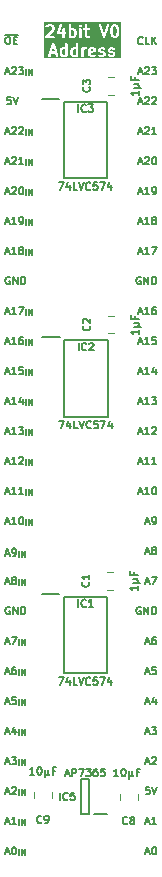
<source format=gto>
%TF.GenerationSoftware,KiCad,Pcbnew,8.0.4*%
%TF.CreationDate,2024-08-14T09:43:43+02:00*%
%TF.ProjectId,Video Address Output,56696465-6f20-4416-9464-72657373204f,V0*%
%TF.SameCoordinates,PX54c81a0PY37b6b20*%
%TF.FileFunction,Legend,Top*%
%TF.FilePolarity,Positive*%
%FSLAX46Y46*%
G04 Gerber Fmt 4.6, Leading zero omitted, Abs format (unit mm)*
G04 Created by KiCad (PCBNEW 8.0.4) date 2024-08-14 09:43:43*
%MOMM*%
%LPD*%
G01*
G04 APERTURE LIST*
%ADD10C,0.150000*%
%ADD11C,0.200000*%
%ADD12C,0.120000*%
G04 APERTURE END LIST*
D10*
X1386826Y349037D02*
X1507779Y349037D01*
X1507779Y349037D02*
X1568255Y318799D01*
X1568255Y318799D02*
X1628731Y258323D01*
X1628731Y258323D02*
X1658969Y137371D01*
X1658969Y137371D02*
X1658969Y-74296D01*
X1658969Y-74296D02*
X1628731Y-195248D01*
X1628731Y-195248D02*
X1568255Y-255725D01*
X1568255Y-255725D02*
X1507779Y-285963D01*
X1507779Y-285963D02*
X1386826Y-285963D01*
X1386826Y-285963D02*
X1326350Y-255725D01*
X1326350Y-255725D02*
X1265874Y-195248D01*
X1265874Y-195248D02*
X1235636Y-74296D01*
X1235636Y-74296D02*
X1235636Y137371D01*
X1235636Y137371D02*
X1265874Y258323D01*
X1265874Y258323D02*
X1326350Y318799D01*
X1326350Y318799D02*
X1386826Y349037D01*
X1931112Y46656D02*
X2142779Y46656D01*
X2233493Y-285963D02*
X1931112Y-285963D01*
X1931112Y-285963D02*
X1931112Y349037D01*
X1931112Y349037D02*
X2233493Y349037D01*
X1178184Y525325D02*
X2290946Y525325D01*
X12855315Y-225486D02*
X12825077Y-255725D01*
X12825077Y-255725D02*
X12734363Y-285963D01*
X12734363Y-285963D02*
X12673887Y-285963D01*
X12673887Y-285963D02*
X12583172Y-255725D01*
X12583172Y-255725D02*
X12522696Y-195248D01*
X12522696Y-195248D02*
X12492458Y-134772D01*
X12492458Y-134772D02*
X12462220Y-13820D01*
X12462220Y-13820D02*
X12462220Y76895D01*
X12462220Y76895D02*
X12492458Y197847D01*
X12492458Y197847D02*
X12522696Y258323D01*
X12522696Y258323D02*
X12583172Y318799D01*
X12583172Y318799D02*
X12673887Y349037D01*
X12673887Y349037D02*
X12734363Y349037D01*
X12734363Y349037D02*
X12825077Y318799D01*
X12825077Y318799D02*
X12855315Y288561D01*
X13429839Y-285963D02*
X13127458Y-285963D01*
X13127458Y-285963D02*
X13127458Y349037D01*
X13641506Y-285963D02*
X13641506Y349037D01*
X14004363Y-285963D02*
X13732220Y76895D01*
X14004363Y349037D02*
X13641506Y-13820D01*
X1598493Y-47941201D02*
X1538017Y-47910963D01*
X1538017Y-47910963D02*
X1447303Y-47910963D01*
X1447303Y-47910963D02*
X1356588Y-47941201D01*
X1356588Y-47941201D02*
X1296112Y-48001677D01*
X1296112Y-48001677D02*
X1265874Y-48062153D01*
X1265874Y-48062153D02*
X1235636Y-48183105D01*
X1235636Y-48183105D02*
X1235636Y-48273820D01*
X1235636Y-48273820D02*
X1265874Y-48394772D01*
X1265874Y-48394772D02*
X1296112Y-48455248D01*
X1296112Y-48455248D02*
X1356588Y-48515725D01*
X1356588Y-48515725D02*
X1447303Y-48545963D01*
X1447303Y-48545963D02*
X1507779Y-48545963D01*
X1507779Y-48545963D02*
X1598493Y-48515725D01*
X1598493Y-48515725D02*
X1628731Y-48485486D01*
X1628731Y-48485486D02*
X1628731Y-48273820D01*
X1628731Y-48273820D02*
X1507779Y-48273820D01*
X1900874Y-48545963D02*
X1900874Y-47910963D01*
X1900874Y-47910963D02*
X2263731Y-48545963D01*
X2263731Y-48545963D02*
X2263731Y-47910963D01*
X2566112Y-48545963D02*
X2566112Y-47910963D01*
X2566112Y-47910963D02*
X2717302Y-47910963D01*
X2717302Y-47910963D02*
X2808017Y-47941201D01*
X2808017Y-47941201D02*
X2868493Y-48001677D01*
X2868493Y-48001677D02*
X2898731Y-48062153D01*
X2898731Y-48062153D02*
X2928969Y-48183105D01*
X2928969Y-48183105D02*
X2928969Y-48273820D01*
X2928969Y-48273820D02*
X2898731Y-48394772D01*
X2898731Y-48394772D02*
X2868493Y-48455248D01*
X2868493Y-48455248D02*
X2808017Y-48515725D01*
X2808017Y-48515725D02*
X2717302Y-48545963D01*
X2717302Y-48545963D02*
X2566112Y-48545963D01*
X1235636Y-30584534D02*
X1538017Y-30584534D01*
X1175160Y-30765963D02*
X1386826Y-30130963D01*
X1386826Y-30130963D02*
X1598493Y-30765963D01*
X2142779Y-30765963D02*
X1779922Y-30765963D01*
X1961350Y-30765963D02*
X1961350Y-30130963D01*
X1961350Y-30130963D02*
X1900874Y-30221677D01*
X1900874Y-30221677D02*
X1840398Y-30282153D01*
X1840398Y-30282153D02*
X1779922Y-30312391D01*
X2687065Y-30342629D02*
X2687065Y-30765963D01*
X2535874Y-30100725D02*
X2384684Y-30554296D01*
X2384684Y-30554296D02*
X2777779Y-30554296D01*
X2989446Y-30836115D02*
X2989446Y-30328115D01*
X3231351Y-30836115D02*
X3231351Y-30328115D01*
X3231351Y-30328115D02*
X3521637Y-30836115D01*
X3521637Y-30836115D02*
X3521637Y-30328115D01*
X12673887Y-20001201D02*
X12613411Y-19970963D01*
X12613411Y-19970963D02*
X12522697Y-19970963D01*
X12522697Y-19970963D02*
X12431982Y-20001201D01*
X12431982Y-20001201D02*
X12371506Y-20061677D01*
X12371506Y-20061677D02*
X12341268Y-20122153D01*
X12341268Y-20122153D02*
X12311030Y-20243105D01*
X12311030Y-20243105D02*
X12311030Y-20333820D01*
X12311030Y-20333820D02*
X12341268Y-20454772D01*
X12341268Y-20454772D02*
X12371506Y-20515248D01*
X12371506Y-20515248D02*
X12431982Y-20575725D01*
X12431982Y-20575725D02*
X12522697Y-20605963D01*
X12522697Y-20605963D02*
X12583173Y-20605963D01*
X12583173Y-20605963D02*
X12673887Y-20575725D01*
X12673887Y-20575725D02*
X12704125Y-20545486D01*
X12704125Y-20545486D02*
X12704125Y-20333820D01*
X12704125Y-20333820D02*
X12583173Y-20333820D01*
X12976268Y-20605963D02*
X12976268Y-19970963D01*
X12976268Y-19970963D02*
X13339125Y-20605963D01*
X13339125Y-20605963D02*
X13339125Y-19970963D01*
X13641506Y-20605963D02*
X13641506Y-19970963D01*
X13641506Y-19970963D02*
X13792696Y-19970963D01*
X13792696Y-19970963D02*
X13883411Y-20001201D01*
X13883411Y-20001201D02*
X13943887Y-20061677D01*
X13943887Y-20061677D02*
X13974125Y-20122153D01*
X13974125Y-20122153D02*
X14004363Y-20243105D01*
X14004363Y-20243105D02*
X14004363Y-20333820D01*
X14004363Y-20333820D02*
X13974125Y-20454772D01*
X13974125Y-20454772D02*
X13943887Y-20515248D01*
X13943887Y-20515248D02*
X13883411Y-20575725D01*
X13883411Y-20575725D02*
X13792696Y-20605963D01*
X13792696Y-20605963D02*
X13641506Y-20605963D01*
X12492458Y-7724534D02*
X12794839Y-7724534D01*
X12431982Y-7905963D02*
X12643648Y-7270963D01*
X12643648Y-7270963D02*
X12855315Y-7905963D01*
X13036744Y-7331439D02*
X13066982Y-7301201D01*
X13066982Y-7301201D02*
X13127458Y-7270963D01*
X13127458Y-7270963D02*
X13278649Y-7270963D01*
X13278649Y-7270963D02*
X13339125Y-7301201D01*
X13339125Y-7301201D02*
X13369363Y-7331439D01*
X13369363Y-7331439D02*
X13399601Y-7391915D01*
X13399601Y-7391915D02*
X13399601Y-7452391D01*
X13399601Y-7452391D02*
X13369363Y-7543105D01*
X13369363Y-7543105D02*
X13006506Y-7905963D01*
X13006506Y-7905963D02*
X13399601Y-7905963D01*
X14004363Y-7905963D02*
X13641506Y-7905963D01*
X13822934Y-7905963D02*
X13822934Y-7270963D01*
X13822934Y-7270963D02*
X13762458Y-7361677D01*
X13762458Y-7361677D02*
X13701982Y-7422153D01*
X13701982Y-7422153D02*
X13641506Y-7452391D01*
X12492458Y-35664534D02*
X12794839Y-35664534D01*
X12431982Y-35845963D02*
X12643648Y-35210963D01*
X12643648Y-35210963D02*
X12855315Y-35845963D01*
X13399601Y-35845963D02*
X13036744Y-35845963D01*
X13218172Y-35845963D02*
X13218172Y-35210963D01*
X13218172Y-35210963D02*
X13157696Y-35301677D01*
X13157696Y-35301677D02*
X13097220Y-35362153D01*
X13097220Y-35362153D02*
X13036744Y-35392391D01*
X14004363Y-35845963D02*
X13641506Y-35845963D01*
X13822934Y-35845963D02*
X13822934Y-35210963D01*
X13822934Y-35210963D02*
X13762458Y-35301677D01*
X13762458Y-35301677D02*
X13701982Y-35362153D01*
X13701982Y-35362153D02*
X13641506Y-35392391D01*
X1695255Y-4730963D02*
X1392874Y-4730963D01*
X1392874Y-4730963D02*
X1362636Y-5033344D01*
X1362636Y-5033344D02*
X1392874Y-5003105D01*
X1392874Y-5003105D02*
X1453350Y-4972867D01*
X1453350Y-4972867D02*
X1604541Y-4972867D01*
X1604541Y-4972867D02*
X1665017Y-5003105D01*
X1665017Y-5003105D02*
X1695255Y-5033344D01*
X1695255Y-5033344D02*
X1725493Y-5093820D01*
X1725493Y-5093820D02*
X1725493Y-5245010D01*
X1725493Y-5245010D02*
X1695255Y-5305486D01*
X1695255Y-5305486D02*
X1665017Y-5335725D01*
X1665017Y-5335725D02*
X1604541Y-5365963D01*
X1604541Y-5365963D02*
X1453350Y-5365963D01*
X1453350Y-5365963D02*
X1392874Y-5335725D01*
X1392874Y-5335725D02*
X1362636Y-5305486D01*
X1906922Y-4730963D02*
X2118588Y-5365963D01*
X2118588Y-5365963D02*
X2330255Y-4730963D01*
X13097220Y-43284534D02*
X13399601Y-43284534D01*
X13036744Y-43465963D02*
X13248410Y-42830963D01*
X13248410Y-42830963D02*
X13460077Y-43465963D01*
X13762458Y-43103105D02*
X13701982Y-43072867D01*
X13701982Y-43072867D02*
X13671744Y-43042629D01*
X13671744Y-43042629D02*
X13641506Y-42982153D01*
X13641506Y-42982153D02*
X13641506Y-42951915D01*
X13641506Y-42951915D02*
X13671744Y-42891439D01*
X13671744Y-42891439D02*
X13701982Y-42861201D01*
X13701982Y-42861201D02*
X13762458Y-42830963D01*
X13762458Y-42830963D02*
X13883411Y-42830963D01*
X13883411Y-42830963D02*
X13943887Y-42861201D01*
X13943887Y-42861201D02*
X13974125Y-42891439D01*
X13974125Y-42891439D02*
X14004363Y-42951915D01*
X14004363Y-42951915D02*
X14004363Y-42982153D01*
X14004363Y-42982153D02*
X13974125Y-43042629D01*
X13974125Y-43042629D02*
X13943887Y-43072867D01*
X13943887Y-43072867D02*
X13883411Y-43103105D01*
X13883411Y-43103105D02*
X13762458Y-43103105D01*
X13762458Y-43103105D02*
X13701982Y-43133344D01*
X13701982Y-43133344D02*
X13671744Y-43163582D01*
X13671744Y-43163582D02*
X13641506Y-43224058D01*
X13641506Y-43224058D02*
X13641506Y-43345010D01*
X13641506Y-43345010D02*
X13671744Y-43405486D01*
X13671744Y-43405486D02*
X13701982Y-43435725D01*
X13701982Y-43435725D02*
X13762458Y-43465963D01*
X13762458Y-43465963D02*
X13883411Y-43465963D01*
X13883411Y-43465963D02*
X13943887Y-43435725D01*
X13943887Y-43435725D02*
X13974125Y-43405486D01*
X13974125Y-43405486D02*
X14004363Y-43345010D01*
X14004363Y-43345010D02*
X14004363Y-43224058D01*
X14004363Y-43224058D02*
X13974125Y-43163582D01*
X13974125Y-43163582D02*
X13943887Y-43133344D01*
X13943887Y-43133344D02*
X13883411Y-43103105D01*
X1235636Y-22964534D02*
X1538017Y-22964534D01*
X1175160Y-23145963D02*
X1386826Y-22510963D01*
X1386826Y-22510963D02*
X1598493Y-23145963D01*
X2142779Y-23145963D02*
X1779922Y-23145963D01*
X1961350Y-23145963D02*
X1961350Y-22510963D01*
X1961350Y-22510963D02*
X1900874Y-22601677D01*
X1900874Y-22601677D02*
X1840398Y-22662153D01*
X1840398Y-22662153D02*
X1779922Y-22692391D01*
X2354446Y-22510963D02*
X2777779Y-22510963D01*
X2777779Y-22510963D02*
X2505636Y-23145963D01*
X2989446Y-23216115D02*
X2989446Y-22708115D01*
X3231351Y-23216115D02*
X3231351Y-22708115D01*
X3231351Y-22708115D02*
X3521637Y-23216115D01*
X3521637Y-23216115D02*
X3521637Y-22708115D01*
X12492458Y-12804534D02*
X12794839Y-12804534D01*
X12431982Y-12985963D02*
X12643648Y-12350963D01*
X12643648Y-12350963D02*
X12855315Y-12985963D01*
X13399601Y-12985963D02*
X13036744Y-12985963D01*
X13218172Y-12985963D02*
X13218172Y-12350963D01*
X13218172Y-12350963D02*
X13157696Y-12441677D01*
X13157696Y-12441677D02*
X13097220Y-12502153D01*
X13097220Y-12502153D02*
X13036744Y-12532391D01*
X13701982Y-12985963D02*
X13822934Y-12985963D01*
X13822934Y-12985963D02*
X13883411Y-12955725D01*
X13883411Y-12955725D02*
X13913649Y-12925486D01*
X13913649Y-12925486D02*
X13974125Y-12834772D01*
X13974125Y-12834772D02*
X14004363Y-12713820D01*
X14004363Y-12713820D02*
X14004363Y-12471915D01*
X14004363Y-12471915D02*
X13974125Y-12411439D01*
X13974125Y-12411439D02*
X13943887Y-12381201D01*
X13943887Y-12381201D02*
X13883411Y-12350963D01*
X13883411Y-12350963D02*
X13762458Y-12350963D01*
X13762458Y-12350963D02*
X13701982Y-12381201D01*
X13701982Y-12381201D02*
X13671744Y-12411439D01*
X13671744Y-12411439D02*
X13641506Y-12471915D01*
X13641506Y-12471915D02*
X13641506Y-12623105D01*
X13641506Y-12623105D02*
X13671744Y-12683582D01*
X13671744Y-12683582D02*
X13701982Y-12713820D01*
X13701982Y-12713820D02*
X13762458Y-12744058D01*
X13762458Y-12744058D02*
X13883411Y-12744058D01*
X13883411Y-12744058D02*
X13943887Y-12713820D01*
X13943887Y-12713820D02*
X13974125Y-12683582D01*
X13974125Y-12683582D02*
X14004363Y-12623105D01*
X12492458Y-38204534D02*
X12794839Y-38204534D01*
X12431982Y-38385963D02*
X12643648Y-37750963D01*
X12643648Y-37750963D02*
X12855315Y-38385963D01*
X13399601Y-38385963D02*
X13036744Y-38385963D01*
X13218172Y-38385963D02*
X13218172Y-37750963D01*
X13218172Y-37750963D02*
X13157696Y-37841677D01*
X13157696Y-37841677D02*
X13097220Y-37902153D01*
X13097220Y-37902153D02*
X13036744Y-37932391D01*
X13792696Y-37750963D02*
X13853173Y-37750963D01*
X13853173Y-37750963D02*
X13913649Y-37781201D01*
X13913649Y-37781201D02*
X13943887Y-37811439D01*
X13943887Y-37811439D02*
X13974125Y-37871915D01*
X13974125Y-37871915D02*
X14004363Y-37992867D01*
X14004363Y-37992867D02*
X14004363Y-38144058D01*
X14004363Y-38144058D02*
X13974125Y-38265010D01*
X13974125Y-38265010D02*
X13943887Y-38325486D01*
X13943887Y-38325486D02*
X13913649Y-38355725D01*
X13913649Y-38355725D02*
X13853173Y-38385963D01*
X13853173Y-38385963D02*
X13792696Y-38385963D01*
X13792696Y-38385963D02*
X13732220Y-38355725D01*
X13732220Y-38355725D02*
X13701982Y-38325486D01*
X13701982Y-38325486D02*
X13671744Y-38265010D01*
X13671744Y-38265010D02*
X13641506Y-38144058D01*
X13641506Y-38144058D02*
X13641506Y-37992867D01*
X13641506Y-37992867D02*
X13671744Y-37871915D01*
X13671744Y-37871915D02*
X13701982Y-37811439D01*
X13701982Y-37811439D02*
X13732220Y-37781201D01*
X13732220Y-37781201D02*
X13792696Y-37750963D01*
X12492458Y-5184534D02*
X12794839Y-5184534D01*
X12431982Y-5365963D02*
X12643648Y-4730963D01*
X12643648Y-4730963D02*
X12855315Y-5365963D01*
X13036744Y-4791439D02*
X13066982Y-4761201D01*
X13066982Y-4761201D02*
X13127458Y-4730963D01*
X13127458Y-4730963D02*
X13278649Y-4730963D01*
X13278649Y-4730963D02*
X13339125Y-4761201D01*
X13339125Y-4761201D02*
X13369363Y-4791439D01*
X13369363Y-4791439D02*
X13399601Y-4851915D01*
X13399601Y-4851915D02*
X13399601Y-4912391D01*
X13399601Y-4912391D02*
X13369363Y-5003105D01*
X13369363Y-5003105D02*
X13006506Y-5365963D01*
X13006506Y-5365963D02*
X13399601Y-5365963D01*
X13641506Y-4791439D02*
X13671744Y-4761201D01*
X13671744Y-4761201D02*
X13732220Y-4730963D01*
X13732220Y-4730963D02*
X13883411Y-4730963D01*
X13883411Y-4730963D02*
X13943887Y-4761201D01*
X13943887Y-4761201D02*
X13974125Y-4791439D01*
X13974125Y-4791439D02*
X14004363Y-4851915D01*
X14004363Y-4851915D02*
X14004363Y-4912391D01*
X14004363Y-4912391D02*
X13974125Y-5003105D01*
X13974125Y-5003105D02*
X13611268Y-5365963D01*
X13611268Y-5365963D02*
X14004363Y-5365963D01*
X13097220Y-58524534D02*
X13399601Y-58524534D01*
X13036744Y-58705963D02*
X13248410Y-58070963D01*
X13248410Y-58070963D02*
X13460077Y-58705963D01*
X13611268Y-58070963D02*
X14004363Y-58070963D01*
X14004363Y-58070963D02*
X13792696Y-58312867D01*
X13792696Y-58312867D02*
X13883411Y-58312867D01*
X13883411Y-58312867D02*
X13943887Y-58343105D01*
X13943887Y-58343105D02*
X13974125Y-58373344D01*
X13974125Y-58373344D02*
X14004363Y-58433820D01*
X14004363Y-58433820D02*
X14004363Y-58585010D01*
X14004363Y-58585010D02*
X13974125Y-58645486D01*
X13974125Y-58645486D02*
X13943887Y-58675725D01*
X13943887Y-58675725D02*
X13883411Y-58705963D01*
X13883411Y-58705963D02*
X13701982Y-58705963D01*
X13701982Y-58705963D02*
X13641506Y-58675725D01*
X13641506Y-58675725D02*
X13611268Y-58645486D01*
X1235636Y-58524534D02*
X1538017Y-58524534D01*
X1175160Y-58705963D02*
X1386826Y-58070963D01*
X1386826Y-58070963D02*
X1598493Y-58705963D01*
X2082303Y-58282629D02*
X2082303Y-58705963D01*
X1931112Y-58040725D02*
X1779922Y-58494296D01*
X1779922Y-58494296D02*
X2173017Y-58494296D01*
X2384684Y-58776115D02*
X2384684Y-58268115D01*
X2626589Y-58776115D02*
X2626589Y-58268115D01*
X2626589Y-58268115D02*
X2916875Y-58776115D01*
X2916875Y-58776115D02*
X2916875Y-58268115D01*
X13097220Y-53444534D02*
X13399601Y-53444534D01*
X13036744Y-53625963D02*
X13248410Y-52990963D01*
X13248410Y-52990963D02*
X13460077Y-53625963D01*
X13974125Y-52990963D02*
X13671744Y-52990963D01*
X13671744Y-52990963D02*
X13641506Y-53293344D01*
X13641506Y-53293344D02*
X13671744Y-53263105D01*
X13671744Y-53263105D02*
X13732220Y-53232867D01*
X13732220Y-53232867D02*
X13883411Y-53232867D01*
X13883411Y-53232867D02*
X13943887Y-53263105D01*
X13943887Y-53263105D02*
X13974125Y-53293344D01*
X13974125Y-53293344D02*
X14004363Y-53353820D01*
X14004363Y-53353820D02*
X14004363Y-53505010D01*
X14004363Y-53505010D02*
X13974125Y-53565486D01*
X13974125Y-53565486D02*
X13943887Y-53595725D01*
X13943887Y-53595725D02*
X13883411Y-53625963D01*
X13883411Y-53625963D02*
X13732220Y-53625963D01*
X13732220Y-53625963D02*
X13671744Y-53595725D01*
X13671744Y-53595725D02*
X13641506Y-53565486D01*
X13097220Y-40744534D02*
X13399601Y-40744534D01*
X13036744Y-40925963D02*
X13248410Y-40290963D01*
X13248410Y-40290963D02*
X13460077Y-40925963D01*
X13701982Y-40925963D02*
X13822934Y-40925963D01*
X13822934Y-40925963D02*
X13883411Y-40895725D01*
X13883411Y-40895725D02*
X13913649Y-40865486D01*
X13913649Y-40865486D02*
X13974125Y-40774772D01*
X13974125Y-40774772D02*
X14004363Y-40653820D01*
X14004363Y-40653820D02*
X14004363Y-40411915D01*
X14004363Y-40411915D02*
X13974125Y-40351439D01*
X13974125Y-40351439D02*
X13943887Y-40321201D01*
X13943887Y-40321201D02*
X13883411Y-40290963D01*
X13883411Y-40290963D02*
X13762458Y-40290963D01*
X13762458Y-40290963D02*
X13701982Y-40321201D01*
X13701982Y-40321201D02*
X13671744Y-40351439D01*
X13671744Y-40351439D02*
X13641506Y-40411915D01*
X13641506Y-40411915D02*
X13641506Y-40563105D01*
X13641506Y-40563105D02*
X13671744Y-40623582D01*
X13671744Y-40623582D02*
X13701982Y-40653820D01*
X13701982Y-40653820D02*
X13762458Y-40684058D01*
X13762458Y-40684058D02*
X13883411Y-40684058D01*
X13883411Y-40684058D02*
X13943887Y-40653820D01*
X13943887Y-40653820D02*
X13974125Y-40623582D01*
X13974125Y-40623582D02*
X14004363Y-40563105D01*
X1235636Y-53444534D02*
X1538017Y-53444534D01*
X1175160Y-53625963D02*
X1386826Y-52990963D01*
X1386826Y-52990963D02*
X1598493Y-53625963D01*
X2082303Y-52990963D02*
X1961350Y-52990963D01*
X1961350Y-52990963D02*
X1900874Y-53021201D01*
X1900874Y-53021201D02*
X1870636Y-53051439D01*
X1870636Y-53051439D02*
X1810160Y-53142153D01*
X1810160Y-53142153D02*
X1779922Y-53263105D01*
X1779922Y-53263105D02*
X1779922Y-53505010D01*
X1779922Y-53505010D02*
X1810160Y-53565486D01*
X1810160Y-53565486D02*
X1840398Y-53595725D01*
X1840398Y-53595725D02*
X1900874Y-53625963D01*
X1900874Y-53625963D02*
X2021827Y-53625963D01*
X2021827Y-53625963D02*
X2082303Y-53595725D01*
X2082303Y-53595725D02*
X2112541Y-53565486D01*
X2112541Y-53565486D02*
X2142779Y-53505010D01*
X2142779Y-53505010D02*
X2142779Y-53353820D01*
X2142779Y-53353820D02*
X2112541Y-53293344D01*
X2112541Y-53293344D02*
X2082303Y-53263105D01*
X2082303Y-53263105D02*
X2021827Y-53232867D01*
X2021827Y-53232867D02*
X1900874Y-53232867D01*
X1900874Y-53232867D02*
X1840398Y-53263105D01*
X1840398Y-53263105D02*
X1810160Y-53293344D01*
X1810160Y-53293344D02*
X1779922Y-53353820D01*
X2384684Y-53696115D02*
X2384684Y-53188115D01*
X2626589Y-53696115D02*
X2626589Y-53188115D01*
X2626589Y-53188115D02*
X2916875Y-53696115D01*
X2916875Y-53696115D02*
X2916875Y-53188115D01*
X1235636Y-33124534D02*
X1538017Y-33124534D01*
X1175160Y-33305963D02*
X1386826Y-32670963D01*
X1386826Y-32670963D02*
X1598493Y-33305963D01*
X2142779Y-33305963D02*
X1779922Y-33305963D01*
X1961350Y-33305963D02*
X1961350Y-32670963D01*
X1961350Y-32670963D02*
X1900874Y-32761677D01*
X1900874Y-32761677D02*
X1840398Y-32822153D01*
X1840398Y-32822153D02*
X1779922Y-32852391D01*
X2354446Y-32670963D02*
X2747541Y-32670963D01*
X2747541Y-32670963D02*
X2535874Y-32912867D01*
X2535874Y-32912867D02*
X2626589Y-32912867D01*
X2626589Y-32912867D02*
X2687065Y-32943105D01*
X2687065Y-32943105D02*
X2717303Y-32973344D01*
X2717303Y-32973344D02*
X2747541Y-33033820D01*
X2747541Y-33033820D02*
X2747541Y-33185010D01*
X2747541Y-33185010D02*
X2717303Y-33245486D01*
X2717303Y-33245486D02*
X2687065Y-33275725D01*
X2687065Y-33275725D02*
X2626589Y-33305963D01*
X2626589Y-33305963D02*
X2445160Y-33305963D01*
X2445160Y-33305963D02*
X2384684Y-33275725D01*
X2384684Y-33275725D02*
X2354446Y-33245486D01*
X2989446Y-33376115D02*
X2989446Y-32868115D01*
X3231351Y-33376115D02*
X3231351Y-32868115D01*
X3231351Y-32868115D02*
X3521637Y-33376115D01*
X3521637Y-33376115D02*
X3521637Y-32868115D01*
X12492458Y-28044534D02*
X12794839Y-28044534D01*
X12431982Y-28225963D02*
X12643648Y-27590963D01*
X12643648Y-27590963D02*
X12855315Y-28225963D01*
X13399601Y-28225963D02*
X13036744Y-28225963D01*
X13218172Y-28225963D02*
X13218172Y-27590963D01*
X13218172Y-27590963D02*
X13157696Y-27681677D01*
X13157696Y-27681677D02*
X13097220Y-27742153D01*
X13097220Y-27742153D02*
X13036744Y-27772391D01*
X13943887Y-27802629D02*
X13943887Y-28225963D01*
X13792696Y-27560725D02*
X13641506Y-28014296D01*
X13641506Y-28014296D02*
X14034601Y-28014296D01*
X1235636Y-40744534D02*
X1538017Y-40744534D01*
X1175160Y-40925963D02*
X1386826Y-40290963D01*
X1386826Y-40290963D02*
X1598493Y-40925963D01*
X2142779Y-40925963D02*
X1779922Y-40925963D01*
X1961350Y-40925963D02*
X1961350Y-40290963D01*
X1961350Y-40290963D02*
X1900874Y-40381677D01*
X1900874Y-40381677D02*
X1840398Y-40442153D01*
X1840398Y-40442153D02*
X1779922Y-40472391D01*
X2535874Y-40290963D02*
X2596351Y-40290963D01*
X2596351Y-40290963D02*
X2656827Y-40321201D01*
X2656827Y-40321201D02*
X2687065Y-40351439D01*
X2687065Y-40351439D02*
X2717303Y-40411915D01*
X2717303Y-40411915D02*
X2747541Y-40532867D01*
X2747541Y-40532867D02*
X2747541Y-40684058D01*
X2747541Y-40684058D02*
X2717303Y-40805010D01*
X2717303Y-40805010D02*
X2687065Y-40865486D01*
X2687065Y-40865486D02*
X2656827Y-40895725D01*
X2656827Y-40895725D02*
X2596351Y-40925963D01*
X2596351Y-40925963D02*
X2535874Y-40925963D01*
X2535874Y-40925963D02*
X2475398Y-40895725D01*
X2475398Y-40895725D02*
X2445160Y-40865486D01*
X2445160Y-40865486D02*
X2414922Y-40805010D01*
X2414922Y-40805010D02*
X2384684Y-40684058D01*
X2384684Y-40684058D02*
X2384684Y-40532867D01*
X2384684Y-40532867D02*
X2414922Y-40411915D01*
X2414922Y-40411915D02*
X2445160Y-40351439D01*
X2445160Y-40351439D02*
X2475398Y-40321201D01*
X2475398Y-40321201D02*
X2535874Y-40290963D01*
X2989446Y-40996115D02*
X2989446Y-40488115D01*
X3231351Y-40996115D02*
X3231351Y-40488115D01*
X3231351Y-40488115D02*
X3521637Y-40996115D01*
X3521637Y-40996115D02*
X3521637Y-40488115D01*
X12492458Y-2644534D02*
X12794839Y-2644534D01*
X12431982Y-2825963D02*
X12643648Y-2190963D01*
X12643648Y-2190963D02*
X12855315Y-2825963D01*
X13036744Y-2251439D02*
X13066982Y-2221201D01*
X13066982Y-2221201D02*
X13127458Y-2190963D01*
X13127458Y-2190963D02*
X13278649Y-2190963D01*
X13278649Y-2190963D02*
X13339125Y-2221201D01*
X13339125Y-2221201D02*
X13369363Y-2251439D01*
X13369363Y-2251439D02*
X13399601Y-2311915D01*
X13399601Y-2311915D02*
X13399601Y-2372391D01*
X13399601Y-2372391D02*
X13369363Y-2463105D01*
X13369363Y-2463105D02*
X13006506Y-2825963D01*
X13006506Y-2825963D02*
X13399601Y-2825963D01*
X13611268Y-2190963D02*
X14004363Y-2190963D01*
X14004363Y-2190963D02*
X13792696Y-2432867D01*
X13792696Y-2432867D02*
X13883411Y-2432867D01*
X13883411Y-2432867D02*
X13943887Y-2463105D01*
X13943887Y-2463105D02*
X13974125Y-2493344D01*
X13974125Y-2493344D02*
X14004363Y-2553820D01*
X14004363Y-2553820D02*
X14004363Y-2705010D01*
X14004363Y-2705010D02*
X13974125Y-2765486D01*
X13974125Y-2765486D02*
X13943887Y-2795725D01*
X13943887Y-2795725D02*
X13883411Y-2825963D01*
X13883411Y-2825963D02*
X13701982Y-2825963D01*
X13701982Y-2825963D02*
X13641506Y-2795725D01*
X13641506Y-2795725D02*
X13611268Y-2765486D01*
X12492458Y-10264534D02*
X12794839Y-10264534D01*
X12431982Y-10445963D02*
X12643648Y-9810963D01*
X12643648Y-9810963D02*
X12855315Y-10445963D01*
X13036744Y-9871439D02*
X13066982Y-9841201D01*
X13066982Y-9841201D02*
X13127458Y-9810963D01*
X13127458Y-9810963D02*
X13278649Y-9810963D01*
X13278649Y-9810963D02*
X13339125Y-9841201D01*
X13339125Y-9841201D02*
X13369363Y-9871439D01*
X13369363Y-9871439D02*
X13399601Y-9931915D01*
X13399601Y-9931915D02*
X13399601Y-9992391D01*
X13399601Y-9992391D02*
X13369363Y-10083105D01*
X13369363Y-10083105D02*
X13006506Y-10445963D01*
X13006506Y-10445963D02*
X13399601Y-10445963D01*
X13792696Y-9810963D02*
X13853173Y-9810963D01*
X13853173Y-9810963D02*
X13913649Y-9841201D01*
X13913649Y-9841201D02*
X13943887Y-9871439D01*
X13943887Y-9871439D02*
X13974125Y-9931915D01*
X13974125Y-9931915D02*
X14004363Y-10052867D01*
X14004363Y-10052867D02*
X14004363Y-10204058D01*
X14004363Y-10204058D02*
X13974125Y-10325010D01*
X13974125Y-10325010D02*
X13943887Y-10385486D01*
X13943887Y-10385486D02*
X13913649Y-10415725D01*
X13913649Y-10415725D02*
X13853173Y-10445963D01*
X13853173Y-10445963D02*
X13792696Y-10445963D01*
X13792696Y-10445963D02*
X13732220Y-10415725D01*
X13732220Y-10415725D02*
X13701982Y-10385486D01*
X13701982Y-10385486D02*
X13671744Y-10325010D01*
X13671744Y-10325010D02*
X13641506Y-10204058D01*
X13641506Y-10204058D02*
X13641506Y-10052867D01*
X13641506Y-10052867D02*
X13671744Y-9931915D01*
X13671744Y-9931915D02*
X13701982Y-9871439D01*
X13701982Y-9871439D02*
X13732220Y-9841201D01*
X13732220Y-9841201D02*
X13792696Y-9810963D01*
X1235636Y-7724534D02*
X1538017Y-7724534D01*
X1175160Y-7905963D02*
X1386826Y-7270963D01*
X1386826Y-7270963D02*
X1598493Y-7905963D01*
X1779922Y-7331439D02*
X1810160Y-7301201D01*
X1810160Y-7301201D02*
X1870636Y-7270963D01*
X1870636Y-7270963D02*
X2021827Y-7270963D01*
X2021827Y-7270963D02*
X2082303Y-7301201D01*
X2082303Y-7301201D02*
X2112541Y-7331439D01*
X2112541Y-7331439D02*
X2142779Y-7391915D01*
X2142779Y-7391915D02*
X2142779Y-7452391D01*
X2142779Y-7452391D02*
X2112541Y-7543105D01*
X2112541Y-7543105D02*
X1749684Y-7905963D01*
X1749684Y-7905963D02*
X2142779Y-7905963D01*
X2384684Y-7331439D02*
X2414922Y-7301201D01*
X2414922Y-7301201D02*
X2475398Y-7270963D01*
X2475398Y-7270963D02*
X2626589Y-7270963D01*
X2626589Y-7270963D02*
X2687065Y-7301201D01*
X2687065Y-7301201D02*
X2717303Y-7331439D01*
X2717303Y-7331439D02*
X2747541Y-7391915D01*
X2747541Y-7391915D02*
X2747541Y-7452391D01*
X2747541Y-7452391D02*
X2717303Y-7543105D01*
X2717303Y-7543105D02*
X2354446Y-7905963D01*
X2354446Y-7905963D02*
X2747541Y-7905963D01*
X2989446Y-7976115D02*
X2989446Y-7468115D01*
X3231351Y-7976115D02*
X3231351Y-7468115D01*
X3231351Y-7468115D02*
X3521637Y-7976115D01*
X3521637Y-7976115D02*
X3521637Y-7468115D01*
X1235636Y-38204534D02*
X1538017Y-38204534D01*
X1175160Y-38385963D02*
X1386826Y-37750963D01*
X1386826Y-37750963D02*
X1598493Y-38385963D01*
X2142779Y-38385963D02*
X1779922Y-38385963D01*
X1961350Y-38385963D02*
X1961350Y-37750963D01*
X1961350Y-37750963D02*
X1900874Y-37841677D01*
X1900874Y-37841677D02*
X1840398Y-37902153D01*
X1840398Y-37902153D02*
X1779922Y-37932391D01*
X2747541Y-38385963D02*
X2384684Y-38385963D01*
X2566112Y-38385963D02*
X2566112Y-37750963D01*
X2566112Y-37750963D02*
X2505636Y-37841677D01*
X2505636Y-37841677D02*
X2445160Y-37902153D01*
X2445160Y-37902153D02*
X2384684Y-37932391D01*
X2989446Y-38456115D02*
X2989446Y-37948115D01*
X3231351Y-38456115D02*
X3231351Y-37948115D01*
X3231351Y-37948115D02*
X3521637Y-38456115D01*
X3521637Y-38456115D02*
X3521637Y-37948115D01*
X12492458Y-22964534D02*
X12794839Y-22964534D01*
X12431982Y-23145963D02*
X12643648Y-22510963D01*
X12643648Y-22510963D02*
X12855315Y-23145963D01*
X13399601Y-23145963D02*
X13036744Y-23145963D01*
X13218172Y-23145963D02*
X13218172Y-22510963D01*
X13218172Y-22510963D02*
X13157696Y-22601677D01*
X13157696Y-22601677D02*
X13097220Y-22662153D01*
X13097220Y-22662153D02*
X13036744Y-22692391D01*
X13943887Y-22510963D02*
X13822934Y-22510963D01*
X13822934Y-22510963D02*
X13762458Y-22541201D01*
X13762458Y-22541201D02*
X13732220Y-22571439D01*
X13732220Y-22571439D02*
X13671744Y-22662153D01*
X13671744Y-22662153D02*
X13641506Y-22783105D01*
X13641506Y-22783105D02*
X13641506Y-23025010D01*
X13641506Y-23025010D02*
X13671744Y-23085486D01*
X13671744Y-23085486D02*
X13701982Y-23115725D01*
X13701982Y-23115725D02*
X13762458Y-23145963D01*
X13762458Y-23145963D02*
X13883411Y-23145963D01*
X13883411Y-23145963D02*
X13943887Y-23115725D01*
X13943887Y-23115725D02*
X13974125Y-23085486D01*
X13974125Y-23085486D02*
X14004363Y-23025010D01*
X14004363Y-23025010D02*
X14004363Y-22873820D01*
X14004363Y-22873820D02*
X13974125Y-22813344D01*
X13974125Y-22813344D02*
X13943887Y-22783105D01*
X13943887Y-22783105D02*
X13883411Y-22752867D01*
X13883411Y-22752867D02*
X13762458Y-22752867D01*
X13762458Y-22752867D02*
X13701982Y-22783105D01*
X13701982Y-22783105D02*
X13671744Y-22813344D01*
X13671744Y-22813344D02*
X13641506Y-22873820D01*
X13097220Y-55984534D02*
X13399601Y-55984534D01*
X13036744Y-56165963D02*
X13248410Y-55530963D01*
X13248410Y-55530963D02*
X13460077Y-56165963D01*
X13943887Y-55742629D02*
X13943887Y-56165963D01*
X13792696Y-55500725D02*
X13641506Y-55954296D01*
X13641506Y-55954296D02*
X14034601Y-55954296D01*
X13097220Y-61064534D02*
X13399601Y-61064534D01*
X13036744Y-61245963D02*
X13248410Y-60610963D01*
X13248410Y-60610963D02*
X13460077Y-61245963D01*
X13641506Y-60671439D02*
X13671744Y-60641201D01*
X13671744Y-60641201D02*
X13732220Y-60610963D01*
X13732220Y-60610963D02*
X13883411Y-60610963D01*
X13883411Y-60610963D02*
X13943887Y-60641201D01*
X13943887Y-60641201D02*
X13974125Y-60671439D01*
X13974125Y-60671439D02*
X14004363Y-60731915D01*
X14004363Y-60731915D02*
X14004363Y-60792391D01*
X14004363Y-60792391D02*
X13974125Y-60883105D01*
X13974125Y-60883105D02*
X13611268Y-61245963D01*
X13611268Y-61245963D02*
X14004363Y-61245963D01*
X1235636Y-55984534D02*
X1538017Y-55984534D01*
X1175160Y-56165963D02*
X1386826Y-55530963D01*
X1386826Y-55530963D02*
X1598493Y-56165963D01*
X2112541Y-55530963D02*
X1810160Y-55530963D01*
X1810160Y-55530963D02*
X1779922Y-55833344D01*
X1779922Y-55833344D02*
X1810160Y-55803105D01*
X1810160Y-55803105D02*
X1870636Y-55772867D01*
X1870636Y-55772867D02*
X2021827Y-55772867D01*
X2021827Y-55772867D02*
X2082303Y-55803105D01*
X2082303Y-55803105D02*
X2112541Y-55833344D01*
X2112541Y-55833344D02*
X2142779Y-55893820D01*
X2142779Y-55893820D02*
X2142779Y-56045010D01*
X2142779Y-56045010D02*
X2112541Y-56105486D01*
X2112541Y-56105486D02*
X2082303Y-56135725D01*
X2082303Y-56135725D02*
X2021827Y-56165963D01*
X2021827Y-56165963D02*
X1870636Y-56165963D01*
X1870636Y-56165963D02*
X1810160Y-56135725D01*
X1810160Y-56135725D02*
X1779922Y-56105486D01*
X2384684Y-56236115D02*
X2384684Y-55728115D01*
X2626589Y-56236115D02*
X2626589Y-55728115D01*
X2626589Y-55728115D02*
X2916875Y-56236115D01*
X2916875Y-56236115D02*
X2916875Y-55728115D01*
X12492458Y-25504534D02*
X12794839Y-25504534D01*
X12431982Y-25685963D02*
X12643648Y-25050963D01*
X12643648Y-25050963D02*
X12855315Y-25685963D01*
X13399601Y-25685963D02*
X13036744Y-25685963D01*
X13218172Y-25685963D02*
X13218172Y-25050963D01*
X13218172Y-25050963D02*
X13157696Y-25141677D01*
X13157696Y-25141677D02*
X13097220Y-25202153D01*
X13097220Y-25202153D02*
X13036744Y-25232391D01*
X13974125Y-25050963D02*
X13671744Y-25050963D01*
X13671744Y-25050963D02*
X13641506Y-25353344D01*
X13641506Y-25353344D02*
X13671744Y-25323105D01*
X13671744Y-25323105D02*
X13732220Y-25292867D01*
X13732220Y-25292867D02*
X13883411Y-25292867D01*
X13883411Y-25292867D02*
X13943887Y-25323105D01*
X13943887Y-25323105D02*
X13974125Y-25353344D01*
X13974125Y-25353344D02*
X14004363Y-25413820D01*
X14004363Y-25413820D02*
X14004363Y-25565010D01*
X14004363Y-25565010D02*
X13974125Y-25625486D01*
X13974125Y-25625486D02*
X13943887Y-25655725D01*
X13943887Y-25655725D02*
X13883411Y-25685963D01*
X13883411Y-25685963D02*
X13732220Y-25685963D01*
X13732220Y-25685963D02*
X13671744Y-25655725D01*
X13671744Y-25655725D02*
X13641506Y-25625486D01*
X1235636Y-17884534D02*
X1538017Y-17884534D01*
X1175160Y-18065963D02*
X1386826Y-17430963D01*
X1386826Y-17430963D02*
X1598493Y-18065963D01*
X2142779Y-18065963D02*
X1779922Y-18065963D01*
X1961350Y-18065963D02*
X1961350Y-17430963D01*
X1961350Y-17430963D02*
X1900874Y-17521677D01*
X1900874Y-17521677D02*
X1840398Y-17582153D01*
X1840398Y-17582153D02*
X1779922Y-17612391D01*
X2505636Y-17703105D02*
X2445160Y-17672867D01*
X2445160Y-17672867D02*
X2414922Y-17642629D01*
X2414922Y-17642629D02*
X2384684Y-17582153D01*
X2384684Y-17582153D02*
X2384684Y-17551915D01*
X2384684Y-17551915D02*
X2414922Y-17491439D01*
X2414922Y-17491439D02*
X2445160Y-17461201D01*
X2445160Y-17461201D02*
X2505636Y-17430963D01*
X2505636Y-17430963D02*
X2626589Y-17430963D01*
X2626589Y-17430963D02*
X2687065Y-17461201D01*
X2687065Y-17461201D02*
X2717303Y-17491439D01*
X2717303Y-17491439D02*
X2747541Y-17551915D01*
X2747541Y-17551915D02*
X2747541Y-17582153D01*
X2747541Y-17582153D02*
X2717303Y-17642629D01*
X2717303Y-17642629D02*
X2687065Y-17672867D01*
X2687065Y-17672867D02*
X2626589Y-17703105D01*
X2626589Y-17703105D02*
X2505636Y-17703105D01*
X2505636Y-17703105D02*
X2445160Y-17733344D01*
X2445160Y-17733344D02*
X2414922Y-17763582D01*
X2414922Y-17763582D02*
X2384684Y-17824058D01*
X2384684Y-17824058D02*
X2384684Y-17945010D01*
X2384684Y-17945010D02*
X2414922Y-18005486D01*
X2414922Y-18005486D02*
X2445160Y-18035725D01*
X2445160Y-18035725D02*
X2505636Y-18065963D01*
X2505636Y-18065963D02*
X2626589Y-18065963D01*
X2626589Y-18065963D02*
X2687065Y-18035725D01*
X2687065Y-18035725D02*
X2717303Y-18005486D01*
X2717303Y-18005486D02*
X2747541Y-17945010D01*
X2747541Y-17945010D02*
X2747541Y-17824058D01*
X2747541Y-17824058D02*
X2717303Y-17763582D01*
X2717303Y-17763582D02*
X2687065Y-17733344D01*
X2687065Y-17733344D02*
X2626589Y-17703105D01*
X2989446Y-18136115D02*
X2989446Y-17628115D01*
X3231351Y-18136115D02*
X3231351Y-17628115D01*
X3231351Y-17628115D02*
X3521637Y-18136115D01*
X3521637Y-18136115D02*
X3521637Y-17628115D01*
X13097220Y-66144534D02*
X13399601Y-66144534D01*
X13036744Y-66325963D02*
X13248410Y-65690963D01*
X13248410Y-65690963D02*
X13460077Y-66325963D01*
X14004363Y-66325963D02*
X13641506Y-66325963D01*
X13822934Y-66325963D02*
X13822934Y-65690963D01*
X13822934Y-65690963D02*
X13762458Y-65781677D01*
X13762458Y-65781677D02*
X13701982Y-65842153D01*
X13701982Y-65842153D02*
X13641506Y-65872391D01*
X1235636Y-50904534D02*
X1538017Y-50904534D01*
X1175160Y-51085963D02*
X1386826Y-50450963D01*
X1386826Y-50450963D02*
X1598493Y-51085963D01*
X1749684Y-50450963D02*
X2173017Y-50450963D01*
X2173017Y-50450963D02*
X1900874Y-51085963D01*
X2384684Y-51156115D02*
X2384684Y-50648115D01*
X2626589Y-51156115D02*
X2626589Y-50648115D01*
X2626589Y-50648115D02*
X2916875Y-51156115D01*
X2916875Y-51156115D02*
X2916875Y-50648115D01*
X1235636Y-66144534D02*
X1538017Y-66144534D01*
X1175160Y-66325963D02*
X1386826Y-65690963D01*
X1386826Y-65690963D02*
X1598493Y-66325963D01*
X2142779Y-66325963D02*
X1779922Y-66325963D01*
X1961350Y-66325963D02*
X1961350Y-65690963D01*
X1961350Y-65690963D02*
X1900874Y-65781677D01*
X1900874Y-65781677D02*
X1840398Y-65842153D01*
X1840398Y-65842153D02*
X1779922Y-65872391D01*
X2384684Y-66396115D02*
X2384684Y-65888115D01*
X2626589Y-66396115D02*
X2626589Y-65888115D01*
X2626589Y-65888115D02*
X2916875Y-66396115D01*
X2916875Y-66396115D02*
X2916875Y-65888115D01*
X1235636Y-45824534D02*
X1538017Y-45824534D01*
X1175160Y-46005963D02*
X1386826Y-45370963D01*
X1386826Y-45370963D02*
X1598493Y-46005963D01*
X1900874Y-45643105D02*
X1840398Y-45612867D01*
X1840398Y-45612867D02*
X1810160Y-45582629D01*
X1810160Y-45582629D02*
X1779922Y-45522153D01*
X1779922Y-45522153D02*
X1779922Y-45491915D01*
X1779922Y-45491915D02*
X1810160Y-45431439D01*
X1810160Y-45431439D02*
X1840398Y-45401201D01*
X1840398Y-45401201D02*
X1900874Y-45370963D01*
X1900874Y-45370963D02*
X2021827Y-45370963D01*
X2021827Y-45370963D02*
X2082303Y-45401201D01*
X2082303Y-45401201D02*
X2112541Y-45431439D01*
X2112541Y-45431439D02*
X2142779Y-45491915D01*
X2142779Y-45491915D02*
X2142779Y-45522153D01*
X2142779Y-45522153D02*
X2112541Y-45582629D01*
X2112541Y-45582629D02*
X2082303Y-45612867D01*
X2082303Y-45612867D02*
X2021827Y-45643105D01*
X2021827Y-45643105D02*
X1900874Y-45643105D01*
X1900874Y-45643105D02*
X1840398Y-45673344D01*
X1840398Y-45673344D02*
X1810160Y-45703582D01*
X1810160Y-45703582D02*
X1779922Y-45764058D01*
X1779922Y-45764058D02*
X1779922Y-45885010D01*
X1779922Y-45885010D02*
X1810160Y-45945486D01*
X1810160Y-45945486D02*
X1840398Y-45975725D01*
X1840398Y-45975725D02*
X1900874Y-46005963D01*
X1900874Y-46005963D02*
X2021827Y-46005963D01*
X2021827Y-46005963D02*
X2082303Y-45975725D01*
X2082303Y-45975725D02*
X2112541Y-45945486D01*
X2112541Y-45945486D02*
X2142779Y-45885010D01*
X2142779Y-45885010D02*
X2142779Y-45764058D01*
X2142779Y-45764058D02*
X2112541Y-45703582D01*
X2112541Y-45703582D02*
X2082303Y-45673344D01*
X2082303Y-45673344D02*
X2021827Y-45643105D01*
X2384684Y-46076115D02*
X2384684Y-45568115D01*
X2626589Y-46076115D02*
X2626589Y-45568115D01*
X2626589Y-45568115D02*
X2916875Y-46076115D01*
X2916875Y-46076115D02*
X2916875Y-45568115D01*
X1235636Y-25504534D02*
X1538017Y-25504534D01*
X1175160Y-25685963D02*
X1386826Y-25050963D01*
X1386826Y-25050963D02*
X1598493Y-25685963D01*
X2142779Y-25685963D02*
X1779922Y-25685963D01*
X1961350Y-25685963D02*
X1961350Y-25050963D01*
X1961350Y-25050963D02*
X1900874Y-25141677D01*
X1900874Y-25141677D02*
X1840398Y-25202153D01*
X1840398Y-25202153D02*
X1779922Y-25232391D01*
X2687065Y-25050963D02*
X2566112Y-25050963D01*
X2566112Y-25050963D02*
X2505636Y-25081201D01*
X2505636Y-25081201D02*
X2475398Y-25111439D01*
X2475398Y-25111439D02*
X2414922Y-25202153D01*
X2414922Y-25202153D02*
X2384684Y-25323105D01*
X2384684Y-25323105D02*
X2384684Y-25565010D01*
X2384684Y-25565010D02*
X2414922Y-25625486D01*
X2414922Y-25625486D02*
X2445160Y-25655725D01*
X2445160Y-25655725D02*
X2505636Y-25685963D01*
X2505636Y-25685963D02*
X2626589Y-25685963D01*
X2626589Y-25685963D02*
X2687065Y-25655725D01*
X2687065Y-25655725D02*
X2717303Y-25625486D01*
X2717303Y-25625486D02*
X2747541Y-25565010D01*
X2747541Y-25565010D02*
X2747541Y-25413820D01*
X2747541Y-25413820D02*
X2717303Y-25353344D01*
X2717303Y-25353344D02*
X2687065Y-25323105D01*
X2687065Y-25323105D02*
X2626589Y-25292867D01*
X2626589Y-25292867D02*
X2505636Y-25292867D01*
X2505636Y-25292867D02*
X2445160Y-25323105D01*
X2445160Y-25323105D02*
X2414922Y-25353344D01*
X2414922Y-25353344D02*
X2384684Y-25413820D01*
X2989446Y-25756115D02*
X2989446Y-25248115D01*
X3231351Y-25756115D02*
X3231351Y-25248115D01*
X3231351Y-25248115D02*
X3521637Y-25756115D01*
X3521637Y-25756115D02*
X3521637Y-25248115D01*
X12492458Y-30584534D02*
X12794839Y-30584534D01*
X12431982Y-30765963D02*
X12643648Y-30130963D01*
X12643648Y-30130963D02*
X12855315Y-30765963D01*
X13399601Y-30765963D02*
X13036744Y-30765963D01*
X13218172Y-30765963D02*
X13218172Y-30130963D01*
X13218172Y-30130963D02*
X13157696Y-30221677D01*
X13157696Y-30221677D02*
X13097220Y-30282153D01*
X13097220Y-30282153D02*
X13036744Y-30312391D01*
X13611268Y-30130963D02*
X14004363Y-30130963D01*
X14004363Y-30130963D02*
X13792696Y-30372867D01*
X13792696Y-30372867D02*
X13883411Y-30372867D01*
X13883411Y-30372867D02*
X13943887Y-30403105D01*
X13943887Y-30403105D02*
X13974125Y-30433344D01*
X13974125Y-30433344D02*
X14004363Y-30493820D01*
X14004363Y-30493820D02*
X14004363Y-30645010D01*
X14004363Y-30645010D02*
X13974125Y-30705486D01*
X13974125Y-30705486D02*
X13943887Y-30735725D01*
X13943887Y-30735725D02*
X13883411Y-30765963D01*
X13883411Y-30765963D02*
X13701982Y-30765963D01*
X13701982Y-30765963D02*
X13641506Y-30735725D01*
X13641506Y-30735725D02*
X13611268Y-30705486D01*
X12492458Y-33124534D02*
X12794839Y-33124534D01*
X12431982Y-33305963D02*
X12643648Y-32670963D01*
X12643648Y-32670963D02*
X12855315Y-33305963D01*
X13399601Y-33305963D02*
X13036744Y-33305963D01*
X13218172Y-33305963D02*
X13218172Y-32670963D01*
X13218172Y-32670963D02*
X13157696Y-32761677D01*
X13157696Y-32761677D02*
X13097220Y-32822153D01*
X13097220Y-32822153D02*
X13036744Y-32852391D01*
X13641506Y-32731439D02*
X13671744Y-32701201D01*
X13671744Y-32701201D02*
X13732220Y-32670963D01*
X13732220Y-32670963D02*
X13883411Y-32670963D01*
X13883411Y-32670963D02*
X13943887Y-32701201D01*
X13943887Y-32701201D02*
X13974125Y-32731439D01*
X13974125Y-32731439D02*
X14004363Y-32791915D01*
X14004363Y-32791915D02*
X14004363Y-32852391D01*
X14004363Y-32852391D02*
X13974125Y-32943105D01*
X13974125Y-32943105D02*
X13611268Y-33305963D01*
X13611268Y-33305963D02*
X14004363Y-33305963D01*
X13429839Y-63150963D02*
X13127458Y-63150963D01*
X13127458Y-63150963D02*
X13097220Y-63453344D01*
X13097220Y-63453344D02*
X13127458Y-63423105D01*
X13127458Y-63423105D02*
X13187934Y-63392867D01*
X13187934Y-63392867D02*
X13339125Y-63392867D01*
X13339125Y-63392867D02*
X13399601Y-63423105D01*
X13399601Y-63423105D02*
X13429839Y-63453344D01*
X13429839Y-63453344D02*
X13460077Y-63513820D01*
X13460077Y-63513820D02*
X13460077Y-63665010D01*
X13460077Y-63665010D02*
X13429839Y-63725486D01*
X13429839Y-63725486D02*
X13399601Y-63755725D01*
X13399601Y-63755725D02*
X13339125Y-63785963D01*
X13339125Y-63785963D02*
X13187934Y-63785963D01*
X13187934Y-63785963D02*
X13127458Y-63755725D01*
X13127458Y-63755725D02*
X13097220Y-63725486D01*
X13641506Y-63150963D02*
X13853172Y-63785963D01*
X13853172Y-63785963D02*
X14064839Y-63150963D01*
X12492458Y-17884534D02*
X12794839Y-17884534D01*
X12431982Y-18065963D02*
X12643648Y-17430963D01*
X12643648Y-17430963D02*
X12855315Y-18065963D01*
X13399601Y-18065963D02*
X13036744Y-18065963D01*
X13218172Y-18065963D02*
X13218172Y-17430963D01*
X13218172Y-17430963D02*
X13157696Y-17521677D01*
X13157696Y-17521677D02*
X13097220Y-17582153D01*
X13097220Y-17582153D02*
X13036744Y-17612391D01*
X13611268Y-17430963D02*
X14034601Y-17430963D01*
X14034601Y-17430963D02*
X13762458Y-18065963D01*
X1235636Y-15344534D02*
X1538017Y-15344534D01*
X1175160Y-15525963D02*
X1386826Y-14890963D01*
X1386826Y-14890963D02*
X1598493Y-15525963D01*
X2142779Y-15525963D02*
X1779922Y-15525963D01*
X1961350Y-15525963D02*
X1961350Y-14890963D01*
X1961350Y-14890963D02*
X1900874Y-14981677D01*
X1900874Y-14981677D02*
X1840398Y-15042153D01*
X1840398Y-15042153D02*
X1779922Y-15072391D01*
X2445160Y-15525963D02*
X2566112Y-15525963D01*
X2566112Y-15525963D02*
X2626589Y-15495725D01*
X2626589Y-15495725D02*
X2656827Y-15465486D01*
X2656827Y-15465486D02*
X2717303Y-15374772D01*
X2717303Y-15374772D02*
X2747541Y-15253820D01*
X2747541Y-15253820D02*
X2747541Y-15011915D01*
X2747541Y-15011915D02*
X2717303Y-14951439D01*
X2717303Y-14951439D02*
X2687065Y-14921201D01*
X2687065Y-14921201D02*
X2626589Y-14890963D01*
X2626589Y-14890963D02*
X2505636Y-14890963D01*
X2505636Y-14890963D02*
X2445160Y-14921201D01*
X2445160Y-14921201D02*
X2414922Y-14951439D01*
X2414922Y-14951439D02*
X2384684Y-15011915D01*
X2384684Y-15011915D02*
X2384684Y-15163105D01*
X2384684Y-15163105D02*
X2414922Y-15223582D01*
X2414922Y-15223582D02*
X2445160Y-15253820D01*
X2445160Y-15253820D02*
X2505636Y-15284058D01*
X2505636Y-15284058D02*
X2626589Y-15284058D01*
X2626589Y-15284058D02*
X2687065Y-15253820D01*
X2687065Y-15253820D02*
X2717303Y-15223582D01*
X2717303Y-15223582D02*
X2747541Y-15163105D01*
X2989446Y-15596115D02*
X2989446Y-15088115D01*
X3231351Y-15596115D02*
X3231351Y-15088115D01*
X3231351Y-15088115D02*
X3521637Y-15596115D01*
X3521637Y-15596115D02*
X3521637Y-15088115D01*
X1235636Y-12804534D02*
X1538017Y-12804534D01*
X1175160Y-12985963D02*
X1386826Y-12350963D01*
X1386826Y-12350963D02*
X1598493Y-12985963D01*
X1779922Y-12411439D02*
X1810160Y-12381201D01*
X1810160Y-12381201D02*
X1870636Y-12350963D01*
X1870636Y-12350963D02*
X2021827Y-12350963D01*
X2021827Y-12350963D02*
X2082303Y-12381201D01*
X2082303Y-12381201D02*
X2112541Y-12411439D01*
X2112541Y-12411439D02*
X2142779Y-12471915D01*
X2142779Y-12471915D02*
X2142779Y-12532391D01*
X2142779Y-12532391D02*
X2112541Y-12623105D01*
X2112541Y-12623105D02*
X1749684Y-12985963D01*
X1749684Y-12985963D02*
X2142779Y-12985963D01*
X2535874Y-12350963D02*
X2596351Y-12350963D01*
X2596351Y-12350963D02*
X2656827Y-12381201D01*
X2656827Y-12381201D02*
X2687065Y-12411439D01*
X2687065Y-12411439D02*
X2717303Y-12471915D01*
X2717303Y-12471915D02*
X2747541Y-12592867D01*
X2747541Y-12592867D02*
X2747541Y-12744058D01*
X2747541Y-12744058D02*
X2717303Y-12865010D01*
X2717303Y-12865010D02*
X2687065Y-12925486D01*
X2687065Y-12925486D02*
X2656827Y-12955725D01*
X2656827Y-12955725D02*
X2596351Y-12985963D01*
X2596351Y-12985963D02*
X2535874Y-12985963D01*
X2535874Y-12985963D02*
X2475398Y-12955725D01*
X2475398Y-12955725D02*
X2445160Y-12925486D01*
X2445160Y-12925486D02*
X2414922Y-12865010D01*
X2414922Y-12865010D02*
X2384684Y-12744058D01*
X2384684Y-12744058D02*
X2384684Y-12592867D01*
X2384684Y-12592867D02*
X2414922Y-12471915D01*
X2414922Y-12471915D02*
X2445160Y-12411439D01*
X2445160Y-12411439D02*
X2475398Y-12381201D01*
X2475398Y-12381201D02*
X2535874Y-12350963D01*
X2989446Y-13056115D02*
X2989446Y-12548115D01*
X3231351Y-13056115D02*
X3231351Y-12548115D01*
X3231351Y-12548115D02*
X3521637Y-13056115D01*
X3521637Y-13056115D02*
X3521637Y-12548115D01*
X12492458Y-15344534D02*
X12794839Y-15344534D01*
X12431982Y-15525963D02*
X12643648Y-14890963D01*
X12643648Y-14890963D02*
X12855315Y-15525963D01*
X13399601Y-15525963D02*
X13036744Y-15525963D01*
X13218172Y-15525963D02*
X13218172Y-14890963D01*
X13218172Y-14890963D02*
X13157696Y-14981677D01*
X13157696Y-14981677D02*
X13097220Y-15042153D01*
X13097220Y-15042153D02*
X13036744Y-15072391D01*
X13762458Y-15163105D02*
X13701982Y-15132867D01*
X13701982Y-15132867D02*
X13671744Y-15102629D01*
X13671744Y-15102629D02*
X13641506Y-15042153D01*
X13641506Y-15042153D02*
X13641506Y-15011915D01*
X13641506Y-15011915D02*
X13671744Y-14951439D01*
X13671744Y-14951439D02*
X13701982Y-14921201D01*
X13701982Y-14921201D02*
X13762458Y-14890963D01*
X13762458Y-14890963D02*
X13883411Y-14890963D01*
X13883411Y-14890963D02*
X13943887Y-14921201D01*
X13943887Y-14921201D02*
X13974125Y-14951439D01*
X13974125Y-14951439D02*
X14004363Y-15011915D01*
X14004363Y-15011915D02*
X14004363Y-15042153D01*
X14004363Y-15042153D02*
X13974125Y-15102629D01*
X13974125Y-15102629D02*
X13943887Y-15132867D01*
X13943887Y-15132867D02*
X13883411Y-15163105D01*
X13883411Y-15163105D02*
X13762458Y-15163105D01*
X13762458Y-15163105D02*
X13701982Y-15193344D01*
X13701982Y-15193344D02*
X13671744Y-15223582D01*
X13671744Y-15223582D02*
X13641506Y-15284058D01*
X13641506Y-15284058D02*
X13641506Y-15405010D01*
X13641506Y-15405010D02*
X13671744Y-15465486D01*
X13671744Y-15465486D02*
X13701982Y-15495725D01*
X13701982Y-15495725D02*
X13762458Y-15525963D01*
X13762458Y-15525963D02*
X13883411Y-15525963D01*
X13883411Y-15525963D02*
X13943887Y-15495725D01*
X13943887Y-15495725D02*
X13974125Y-15465486D01*
X13974125Y-15465486D02*
X14004363Y-15405010D01*
X14004363Y-15405010D02*
X14004363Y-15284058D01*
X14004363Y-15284058D02*
X13974125Y-15223582D01*
X13974125Y-15223582D02*
X13943887Y-15193344D01*
X13943887Y-15193344D02*
X13883411Y-15163105D01*
X1598493Y-20001201D02*
X1538017Y-19970963D01*
X1538017Y-19970963D02*
X1447303Y-19970963D01*
X1447303Y-19970963D02*
X1356588Y-20001201D01*
X1356588Y-20001201D02*
X1296112Y-20061677D01*
X1296112Y-20061677D02*
X1265874Y-20122153D01*
X1265874Y-20122153D02*
X1235636Y-20243105D01*
X1235636Y-20243105D02*
X1235636Y-20333820D01*
X1235636Y-20333820D02*
X1265874Y-20454772D01*
X1265874Y-20454772D02*
X1296112Y-20515248D01*
X1296112Y-20515248D02*
X1356588Y-20575725D01*
X1356588Y-20575725D02*
X1447303Y-20605963D01*
X1447303Y-20605963D02*
X1507779Y-20605963D01*
X1507779Y-20605963D02*
X1598493Y-20575725D01*
X1598493Y-20575725D02*
X1628731Y-20545486D01*
X1628731Y-20545486D02*
X1628731Y-20333820D01*
X1628731Y-20333820D02*
X1507779Y-20333820D01*
X1900874Y-20605963D02*
X1900874Y-19970963D01*
X1900874Y-19970963D02*
X2263731Y-20605963D01*
X2263731Y-20605963D02*
X2263731Y-19970963D01*
X2566112Y-20605963D02*
X2566112Y-19970963D01*
X2566112Y-19970963D02*
X2717302Y-19970963D01*
X2717302Y-19970963D02*
X2808017Y-20001201D01*
X2808017Y-20001201D02*
X2868493Y-20061677D01*
X2868493Y-20061677D02*
X2898731Y-20122153D01*
X2898731Y-20122153D02*
X2928969Y-20243105D01*
X2928969Y-20243105D02*
X2928969Y-20333820D01*
X2928969Y-20333820D02*
X2898731Y-20454772D01*
X2898731Y-20454772D02*
X2868493Y-20515248D01*
X2868493Y-20515248D02*
X2808017Y-20575725D01*
X2808017Y-20575725D02*
X2717302Y-20605963D01*
X2717302Y-20605963D02*
X2566112Y-20605963D01*
X1235636Y-35664534D02*
X1538017Y-35664534D01*
X1175160Y-35845963D02*
X1386826Y-35210963D01*
X1386826Y-35210963D02*
X1598493Y-35845963D01*
X2142779Y-35845963D02*
X1779922Y-35845963D01*
X1961350Y-35845963D02*
X1961350Y-35210963D01*
X1961350Y-35210963D02*
X1900874Y-35301677D01*
X1900874Y-35301677D02*
X1840398Y-35362153D01*
X1840398Y-35362153D02*
X1779922Y-35392391D01*
X2384684Y-35271439D02*
X2414922Y-35241201D01*
X2414922Y-35241201D02*
X2475398Y-35210963D01*
X2475398Y-35210963D02*
X2626589Y-35210963D01*
X2626589Y-35210963D02*
X2687065Y-35241201D01*
X2687065Y-35241201D02*
X2717303Y-35271439D01*
X2717303Y-35271439D02*
X2747541Y-35331915D01*
X2747541Y-35331915D02*
X2747541Y-35392391D01*
X2747541Y-35392391D02*
X2717303Y-35483105D01*
X2717303Y-35483105D02*
X2354446Y-35845963D01*
X2354446Y-35845963D02*
X2747541Y-35845963D01*
X2989446Y-35916115D02*
X2989446Y-35408115D01*
X3231351Y-35916115D02*
X3231351Y-35408115D01*
X3231351Y-35408115D02*
X3521637Y-35916115D01*
X3521637Y-35916115D02*
X3521637Y-35408115D01*
X1235636Y-68684534D02*
X1538017Y-68684534D01*
X1175160Y-68865963D02*
X1386826Y-68230963D01*
X1386826Y-68230963D02*
X1598493Y-68865963D01*
X1931112Y-68230963D02*
X1991589Y-68230963D01*
X1991589Y-68230963D02*
X2052065Y-68261201D01*
X2052065Y-68261201D02*
X2082303Y-68291439D01*
X2082303Y-68291439D02*
X2112541Y-68351915D01*
X2112541Y-68351915D02*
X2142779Y-68472867D01*
X2142779Y-68472867D02*
X2142779Y-68624058D01*
X2142779Y-68624058D02*
X2112541Y-68745010D01*
X2112541Y-68745010D02*
X2082303Y-68805486D01*
X2082303Y-68805486D02*
X2052065Y-68835725D01*
X2052065Y-68835725D02*
X1991589Y-68865963D01*
X1991589Y-68865963D02*
X1931112Y-68865963D01*
X1931112Y-68865963D02*
X1870636Y-68835725D01*
X1870636Y-68835725D02*
X1840398Y-68805486D01*
X1840398Y-68805486D02*
X1810160Y-68745010D01*
X1810160Y-68745010D02*
X1779922Y-68624058D01*
X1779922Y-68624058D02*
X1779922Y-68472867D01*
X1779922Y-68472867D02*
X1810160Y-68351915D01*
X1810160Y-68351915D02*
X1840398Y-68291439D01*
X1840398Y-68291439D02*
X1870636Y-68261201D01*
X1870636Y-68261201D02*
X1931112Y-68230963D01*
X2384684Y-68936115D02*
X2384684Y-68428115D01*
X2626589Y-68936115D02*
X2626589Y-68428115D01*
X2626589Y-68428115D02*
X2916875Y-68936115D01*
X2916875Y-68936115D02*
X2916875Y-68428115D01*
X1235636Y-63604534D02*
X1538017Y-63604534D01*
X1175160Y-63785963D02*
X1386826Y-63150963D01*
X1386826Y-63150963D02*
X1598493Y-63785963D01*
X1779922Y-63211439D02*
X1810160Y-63181201D01*
X1810160Y-63181201D02*
X1870636Y-63150963D01*
X1870636Y-63150963D02*
X2021827Y-63150963D01*
X2021827Y-63150963D02*
X2082303Y-63181201D01*
X2082303Y-63181201D02*
X2112541Y-63211439D01*
X2112541Y-63211439D02*
X2142779Y-63271915D01*
X2142779Y-63271915D02*
X2142779Y-63332391D01*
X2142779Y-63332391D02*
X2112541Y-63423105D01*
X2112541Y-63423105D02*
X1749684Y-63785963D01*
X1749684Y-63785963D02*
X2142779Y-63785963D01*
X2384684Y-63856115D02*
X2384684Y-63348115D01*
X2626589Y-63856115D02*
X2626589Y-63348115D01*
X2626589Y-63348115D02*
X2916875Y-63856115D01*
X2916875Y-63856115D02*
X2916875Y-63348115D01*
D11*
G36*
X6289856Y-706974D02*
G01*
X6289856Y-1154796D01*
X6271011Y-1164219D01*
X6127749Y-1164219D01*
X6068139Y-1134414D01*
X6043472Y-1109746D01*
X6013666Y-1050134D01*
X6013666Y-811635D01*
X6043471Y-752025D01*
X6068139Y-727356D01*
X6127749Y-697552D01*
X6271011Y-697552D01*
X6289856Y-706974D01*
G37*
G36*
X7194618Y-706974D02*
G01*
X7194618Y-1154796D01*
X7175773Y-1164219D01*
X7032511Y-1164219D01*
X6972901Y-1134414D01*
X6948234Y-1109746D01*
X6918428Y-1050134D01*
X6918428Y-811635D01*
X6948233Y-752025D01*
X6972901Y-727356D01*
X7032511Y-697552D01*
X7175773Y-697552D01*
X7194618Y-706974D01*
G37*
G36*
X8696273Y-719707D02*
G01*
X8713723Y-754607D01*
X8442238Y-808904D01*
X8442238Y-764016D01*
X8464393Y-719706D01*
X8508702Y-697552D01*
X8651964Y-697552D01*
X8696273Y-719707D01*
G37*
G36*
X5393971Y-878504D02*
G01*
X5195266Y-878504D01*
X5294618Y-580446D01*
X5393971Y-878504D01*
G37*
G36*
X6997287Y882587D02*
G01*
X7021956Y857919D01*
X7051761Y798309D01*
X7051761Y559809D01*
X7021956Y500201D01*
X6997287Y475531D01*
X6937678Y445725D01*
X6794416Y445725D01*
X6775571Y455148D01*
X6775571Y902970D01*
X6794416Y912392D01*
X6937678Y912392D01*
X6997287Y882587D01*
G37*
G36*
X10568716Y1215920D02*
G01*
X10593385Y1191252D01*
X10628838Y1120345D01*
X10670809Y952464D01*
X10670809Y738988D01*
X10628838Y571107D01*
X10593385Y500201D01*
X10568716Y475531D01*
X10509107Y445725D01*
X10461083Y445725D01*
X10401473Y475530D01*
X10376806Y500198D01*
X10341351Y571107D01*
X10299381Y738988D01*
X10299381Y952463D01*
X10341351Y1120345D01*
X10376805Y1191252D01*
X10401473Y1215921D01*
X10461083Y1245725D01*
X10509107Y1245725D01*
X10568716Y1215920D01*
G37*
G36*
X10981920Y-1475330D02*
G01*
X4466381Y-1475330D01*
X4466381Y-1251712D01*
X4862070Y-1251712D01*
X4864836Y-1290632D01*
X4882286Y-1325531D01*
X4911762Y-1351096D01*
X4948778Y-1363434D01*
X4987698Y-1360668D01*
X5022597Y-1343218D01*
X5048162Y-1313742D01*
X5056153Y-1295842D01*
X5128599Y-1078504D01*
X5460637Y-1078504D01*
X5533083Y-1295841D01*
X5541074Y-1313742D01*
X5566639Y-1343218D01*
X5601538Y-1360667D01*
X5640458Y-1363434D01*
X5677474Y-1351095D01*
X5706950Y-1325530D01*
X5724400Y-1290631D01*
X5727166Y-1251711D01*
X5722819Y-1232596D01*
X5574630Y-788028D01*
X5813666Y-788028D01*
X5813666Y-1073742D01*
X5815587Y-1093251D01*
X5816962Y-1096571D01*
X5817217Y-1100155D01*
X5824223Y-1118463D01*
X5871842Y-1213701D01*
X5877125Y-1222093D01*
X5878137Y-1224537D01*
X5880393Y-1227286D01*
X5882285Y-1230291D01*
X5884279Y-1232020D01*
X5890574Y-1239690D01*
X5938192Y-1287310D01*
X5945860Y-1293603D01*
X5947592Y-1295600D01*
X5950600Y-1297493D01*
X5953346Y-1299747D01*
X5955786Y-1300757D01*
X5964183Y-1306043D01*
X6059420Y-1353662D01*
X6077729Y-1360668D01*
X6081312Y-1360922D01*
X6084633Y-1362298D01*
X6104142Y-1364219D01*
X6294618Y-1364219D01*
X6314127Y-1362298D01*
X6317447Y-1360922D01*
X6321031Y-1360668D01*
X6339339Y-1353662D01*
X6343942Y-1351360D01*
X6370347Y-1362298D01*
X6409365Y-1362298D01*
X6445413Y-1347366D01*
X6473003Y-1319776D01*
X6487935Y-1283728D01*
X6489856Y-1264219D01*
X6489856Y-788028D01*
X6718428Y-788028D01*
X6718428Y-1073742D01*
X6720349Y-1093251D01*
X6721724Y-1096571D01*
X6721979Y-1100155D01*
X6728985Y-1118463D01*
X6776604Y-1213701D01*
X6781887Y-1222093D01*
X6782899Y-1224537D01*
X6785155Y-1227286D01*
X6787047Y-1230291D01*
X6789041Y-1232020D01*
X6795336Y-1239690D01*
X6842954Y-1287310D01*
X6850622Y-1293603D01*
X6852354Y-1295600D01*
X6855362Y-1297493D01*
X6858108Y-1299747D01*
X6860548Y-1300757D01*
X6868945Y-1306043D01*
X6964182Y-1353662D01*
X6982491Y-1360668D01*
X6986074Y-1360922D01*
X6989395Y-1362298D01*
X7008904Y-1364219D01*
X7199380Y-1364219D01*
X7218889Y-1362298D01*
X7222209Y-1360922D01*
X7225793Y-1360668D01*
X7244101Y-1353662D01*
X7248704Y-1351360D01*
X7275109Y-1362298D01*
X7314127Y-1362298D01*
X7350175Y-1347366D01*
X7377765Y-1319776D01*
X7392697Y-1283728D01*
X7394618Y-1264219D01*
X7394618Y-597552D01*
X7670809Y-597552D01*
X7670809Y-1264219D01*
X7672730Y-1283728D01*
X7687662Y-1319776D01*
X7715252Y-1347366D01*
X7751300Y-1362298D01*
X7790318Y-1362298D01*
X7826366Y-1347366D01*
X7853956Y-1319776D01*
X7868888Y-1283728D01*
X7870809Y-1264219D01*
X7870809Y-811635D01*
X7900614Y-752025D01*
X7912230Y-740409D01*
X8242238Y-740409D01*
X8242238Y-1121361D01*
X8244159Y-1140870D01*
X8245534Y-1144190D01*
X8245789Y-1147773D01*
X8252795Y-1166082D01*
X8300414Y-1261321D01*
X8302467Y-1264584D01*
X8302981Y-1266123D01*
X8304643Y-1268039D01*
X8310857Y-1277911D01*
X8320328Y-1286125D01*
X8328545Y-1295600D01*
X8338415Y-1301812D01*
X8340333Y-1303476D01*
X8341873Y-1303989D01*
X8345136Y-1306043D01*
X8440373Y-1353662D01*
X8458682Y-1360668D01*
X8462265Y-1360922D01*
X8465586Y-1362298D01*
X8485095Y-1364219D01*
X8675571Y-1364219D01*
X8695080Y-1362298D01*
X8698400Y-1360922D01*
X8701984Y-1360668D01*
X8720292Y-1353662D01*
X8815530Y-1306043D01*
X8832120Y-1295600D01*
X8857685Y-1266123D01*
X8870023Y-1229107D01*
X8867258Y-1190187D01*
X8849809Y-1155289D01*
X8820332Y-1129724D01*
X8783316Y-1117385D01*
X8744396Y-1120151D01*
X8726087Y-1127157D01*
X8651964Y-1164219D01*
X8508702Y-1164219D01*
X8464392Y-1142064D01*
X8442238Y-1097754D01*
X8442238Y-1012865D01*
X8837934Y-933726D01*
X8837937Y-933726D01*
X8837939Y-933724D01*
X8838039Y-933705D01*
X8856793Y-927995D01*
X8864933Y-922543D01*
X8873985Y-918794D01*
X8880986Y-911792D01*
X8889212Y-906284D01*
X8894646Y-898132D01*
X8901575Y-891204D01*
X8905365Y-882055D01*
X8910856Y-873819D01*
X8912757Y-864208D01*
X8916507Y-855156D01*
X8918428Y-835647D01*
X8918428Y-740409D01*
X9099381Y-740409D01*
X9099381Y-788028D01*
X9101302Y-807537D01*
X9102677Y-810857D01*
X9102932Y-814441D01*
X9109938Y-832749D01*
X9157557Y-927987D01*
X9159610Y-931250D01*
X9160124Y-932789D01*
X9161786Y-934705D01*
X9168000Y-944577D01*
X9177470Y-952790D01*
X9185688Y-962266D01*
X9195561Y-968480D01*
X9197477Y-970142D01*
X9199015Y-970654D01*
X9202279Y-972709D01*
X9297516Y-1020328D01*
X9315825Y-1027334D01*
X9319408Y-1027588D01*
X9322729Y-1028964D01*
X9342238Y-1030885D01*
X9461488Y-1030885D01*
X9505797Y-1053040D01*
X9527952Y-1097349D01*
X9527952Y-1097754D01*
X9505797Y-1142063D01*
X9461488Y-1164219D01*
X9318226Y-1164219D01*
X9244102Y-1127157D01*
X9225794Y-1120151D01*
X9186874Y-1117385D01*
X9149858Y-1129724D01*
X9120381Y-1155288D01*
X9102932Y-1190187D01*
X9100166Y-1229107D01*
X9112505Y-1266123D01*
X9138069Y-1295600D01*
X9154660Y-1306043D01*
X9249897Y-1353662D01*
X9268206Y-1360668D01*
X9271789Y-1360922D01*
X9275110Y-1362298D01*
X9294619Y-1364219D01*
X9485095Y-1364219D01*
X9504604Y-1362298D01*
X9507924Y-1360922D01*
X9511508Y-1360668D01*
X9529816Y-1353662D01*
X9625054Y-1306043D01*
X9628316Y-1303989D01*
X9629856Y-1303476D01*
X9631772Y-1301813D01*
X9641644Y-1295600D01*
X9649859Y-1286126D01*
X9659333Y-1277911D01*
X9665546Y-1268039D01*
X9667209Y-1266123D01*
X9667721Y-1264584D01*
X9669776Y-1261321D01*
X9717395Y-1166082D01*
X9724401Y-1147774D01*
X9724655Y-1144190D01*
X9726031Y-1140870D01*
X9727952Y-1121361D01*
X9727952Y-1073742D01*
X9726031Y-1054233D01*
X9724655Y-1050912D01*
X9724401Y-1047329D01*
X9717395Y-1029020D01*
X9669776Y-933783D01*
X9667721Y-930519D01*
X9667209Y-928981D01*
X9665547Y-927065D01*
X9659333Y-917192D01*
X9649857Y-908974D01*
X9641644Y-899504D01*
X9631772Y-893290D01*
X9629856Y-891628D01*
X9628317Y-891114D01*
X9625054Y-889061D01*
X9529816Y-841442D01*
X9511508Y-834436D01*
X9507924Y-834181D01*
X9504604Y-832806D01*
X9485095Y-830885D01*
X9365845Y-830885D01*
X9321536Y-808730D01*
X9299381Y-764420D01*
X9299381Y-764016D01*
X9321536Y-719706D01*
X9365845Y-697552D01*
X9461488Y-697552D01*
X9535611Y-734614D01*
X9553920Y-741620D01*
X9592840Y-744386D01*
X9604771Y-740409D01*
X9908905Y-740409D01*
X9908905Y-788028D01*
X9910826Y-807537D01*
X9912201Y-810857D01*
X9912456Y-814441D01*
X9919462Y-832749D01*
X9967081Y-927987D01*
X9969134Y-931250D01*
X9969648Y-932789D01*
X9971310Y-934705D01*
X9977524Y-944577D01*
X9986994Y-952790D01*
X9995212Y-962266D01*
X10005085Y-968480D01*
X10007001Y-970142D01*
X10008539Y-970654D01*
X10011803Y-972709D01*
X10107040Y-1020328D01*
X10125349Y-1027334D01*
X10128932Y-1027588D01*
X10132253Y-1028964D01*
X10151762Y-1030885D01*
X10271012Y-1030885D01*
X10315321Y-1053040D01*
X10337476Y-1097349D01*
X10337476Y-1097754D01*
X10315321Y-1142063D01*
X10271012Y-1164219D01*
X10127750Y-1164219D01*
X10053626Y-1127157D01*
X10035318Y-1120151D01*
X9996398Y-1117385D01*
X9959382Y-1129724D01*
X9929905Y-1155288D01*
X9912456Y-1190187D01*
X9909690Y-1229107D01*
X9922029Y-1266123D01*
X9947593Y-1295600D01*
X9964184Y-1306043D01*
X10059421Y-1353662D01*
X10077730Y-1360668D01*
X10081313Y-1360922D01*
X10084634Y-1362298D01*
X10104143Y-1364219D01*
X10294619Y-1364219D01*
X10314128Y-1362298D01*
X10317448Y-1360922D01*
X10321032Y-1360668D01*
X10339340Y-1353662D01*
X10434578Y-1306043D01*
X10437840Y-1303989D01*
X10439380Y-1303476D01*
X10441296Y-1301813D01*
X10451168Y-1295600D01*
X10459383Y-1286126D01*
X10468857Y-1277911D01*
X10475070Y-1268039D01*
X10476733Y-1266123D01*
X10477245Y-1264584D01*
X10479300Y-1261321D01*
X10526919Y-1166082D01*
X10533925Y-1147774D01*
X10534179Y-1144190D01*
X10535555Y-1140870D01*
X10537476Y-1121361D01*
X10537476Y-1073742D01*
X10535555Y-1054233D01*
X10534179Y-1050912D01*
X10533925Y-1047329D01*
X10526919Y-1029020D01*
X10479300Y-933783D01*
X10477245Y-930519D01*
X10476733Y-928981D01*
X10475071Y-927065D01*
X10468857Y-917192D01*
X10459381Y-908974D01*
X10451168Y-899504D01*
X10441296Y-893290D01*
X10439380Y-891628D01*
X10437841Y-891114D01*
X10434578Y-889061D01*
X10339340Y-841442D01*
X10321032Y-834436D01*
X10317448Y-834181D01*
X10314128Y-832806D01*
X10294619Y-830885D01*
X10175369Y-830885D01*
X10131060Y-808730D01*
X10108905Y-764420D01*
X10108905Y-764016D01*
X10131060Y-719706D01*
X10175369Y-697552D01*
X10271012Y-697552D01*
X10345135Y-734614D01*
X10363444Y-741620D01*
X10402364Y-744386D01*
X10439380Y-732047D01*
X10468857Y-706482D01*
X10486306Y-671584D01*
X10489071Y-632664D01*
X10476733Y-595648D01*
X10451168Y-566171D01*
X10434578Y-555728D01*
X10339340Y-508109D01*
X10321032Y-501103D01*
X10317448Y-500848D01*
X10314128Y-499473D01*
X10294619Y-497552D01*
X10151762Y-497552D01*
X10132253Y-499473D01*
X10128932Y-500848D01*
X10125349Y-501103D01*
X10107040Y-508109D01*
X10011803Y-555728D01*
X10008539Y-557782D01*
X10007001Y-558295D01*
X10005085Y-559956D01*
X9995212Y-566171D01*
X9986994Y-575646D01*
X9977524Y-583860D01*
X9971310Y-593731D01*
X9969648Y-595648D01*
X9969134Y-597186D01*
X9967081Y-600450D01*
X9919462Y-695688D01*
X9912456Y-713996D01*
X9912201Y-717579D01*
X9910826Y-720900D01*
X9908905Y-740409D01*
X9604771Y-740409D01*
X9629856Y-732047D01*
X9659333Y-706482D01*
X9676782Y-671584D01*
X9679547Y-632664D01*
X9667209Y-595648D01*
X9641644Y-566171D01*
X9625054Y-555728D01*
X9529816Y-508109D01*
X9511508Y-501103D01*
X9507924Y-500848D01*
X9504604Y-499473D01*
X9485095Y-497552D01*
X9342238Y-497552D01*
X9322729Y-499473D01*
X9319408Y-500848D01*
X9315825Y-501103D01*
X9297516Y-508109D01*
X9202279Y-555728D01*
X9199015Y-557782D01*
X9197477Y-558295D01*
X9195561Y-559956D01*
X9185688Y-566171D01*
X9177470Y-575646D01*
X9168000Y-583860D01*
X9161786Y-593731D01*
X9160124Y-595648D01*
X9159610Y-597186D01*
X9157557Y-600450D01*
X9109938Y-695688D01*
X9102932Y-713996D01*
X9102677Y-717579D01*
X9101302Y-720900D01*
X9099381Y-740409D01*
X8918428Y-740409D01*
X8916507Y-720900D01*
X8915131Y-717579D01*
X8914877Y-713996D01*
X8907871Y-695687D01*
X8860252Y-600450D01*
X8858197Y-597186D01*
X8857685Y-595648D01*
X8856023Y-593732D01*
X8849809Y-583859D01*
X8840333Y-575641D01*
X8832120Y-566171D01*
X8822248Y-559957D01*
X8820332Y-558295D01*
X8818793Y-557781D01*
X8815530Y-555728D01*
X8720292Y-508109D01*
X8701984Y-501103D01*
X8698400Y-500848D01*
X8695080Y-499473D01*
X8675571Y-497552D01*
X8485095Y-497552D01*
X8465586Y-499473D01*
X8462265Y-500848D01*
X8458682Y-501103D01*
X8440373Y-508109D01*
X8345136Y-555728D01*
X8341872Y-557782D01*
X8340334Y-558295D01*
X8338418Y-559956D01*
X8328545Y-566171D01*
X8320327Y-575646D01*
X8310857Y-583860D01*
X8304643Y-593731D01*
X8302981Y-595648D01*
X8302467Y-597186D01*
X8300414Y-600450D01*
X8252795Y-695688D01*
X8245789Y-713996D01*
X8245534Y-717579D01*
X8244159Y-720900D01*
X8242238Y-740409D01*
X7912230Y-740409D01*
X7925282Y-727356D01*
X7984892Y-697552D01*
X8056523Y-697552D01*
X8076032Y-695631D01*
X8112080Y-680699D01*
X8139670Y-653109D01*
X8154602Y-617061D01*
X8154602Y-578043D01*
X8139670Y-541995D01*
X8112080Y-514405D01*
X8076032Y-499473D01*
X8056523Y-497552D01*
X7961285Y-497552D01*
X7941776Y-499473D01*
X7938455Y-500848D01*
X7934872Y-501103D01*
X7916563Y-508109D01*
X7852234Y-540273D01*
X7826366Y-514405D01*
X7790318Y-499473D01*
X7751300Y-499473D01*
X7715252Y-514405D01*
X7687662Y-541995D01*
X7672730Y-578043D01*
X7670809Y-597552D01*
X7394618Y-597552D01*
X7394618Y-264219D01*
X7392697Y-244710D01*
X7377765Y-208662D01*
X7350175Y-181072D01*
X7314127Y-166140D01*
X7275109Y-166140D01*
X7239061Y-181072D01*
X7211471Y-208662D01*
X7196539Y-244710D01*
X7194618Y-264219D01*
X7194618Y-497552D01*
X7008904Y-497552D01*
X6989395Y-499473D01*
X6986074Y-500848D01*
X6982491Y-501103D01*
X6964182Y-508109D01*
X6868945Y-555728D01*
X6860548Y-561013D01*
X6858108Y-562024D01*
X6855362Y-564277D01*
X6852354Y-566171D01*
X6850621Y-568168D01*
X6842955Y-574461D01*
X6795336Y-622079D01*
X6789041Y-629749D01*
X6787047Y-631479D01*
X6785153Y-634486D01*
X6782900Y-637233D01*
X6781889Y-639672D01*
X6776604Y-648069D01*
X6728985Y-743307D01*
X6721979Y-761615D01*
X6721724Y-765198D01*
X6720349Y-768519D01*
X6718428Y-788028D01*
X6489856Y-788028D01*
X6489856Y-264219D01*
X6487935Y-244710D01*
X6473003Y-208662D01*
X6445413Y-181072D01*
X6409365Y-166140D01*
X6370347Y-166140D01*
X6334299Y-181072D01*
X6306709Y-208662D01*
X6291777Y-244710D01*
X6289856Y-264219D01*
X6289856Y-497552D01*
X6104142Y-497552D01*
X6084633Y-499473D01*
X6081312Y-500848D01*
X6077729Y-501103D01*
X6059420Y-508109D01*
X5964183Y-555728D01*
X5955786Y-561013D01*
X5953346Y-562024D01*
X5950600Y-564277D01*
X5947592Y-566171D01*
X5945859Y-568168D01*
X5938193Y-574461D01*
X5890574Y-622079D01*
X5884279Y-629749D01*
X5882285Y-631479D01*
X5880391Y-634486D01*
X5878138Y-637233D01*
X5877127Y-639672D01*
X5871842Y-648069D01*
X5824223Y-743307D01*
X5817217Y-761615D01*
X5816962Y-765198D01*
X5815587Y-768519D01*
X5813666Y-788028D01*
X5574630Y-788028D01*
X5389486Y-232596D01*
X5381495Y-214696D01*
X5376810Y-209294D01*
X5373617Y-202908D01*
X5364148Y-194695D01*
X5355930Y-185220D01*
X5349538Y-182023D01*
X5344141Y-177343D01*
X5332247Y-173378D01*
X5321031Y-167770D01*
X5313903Y-167263D01*
X5307125Y-165004D01*
X5294620Y-165893D01*
X5282111Y-165004D01*
X5275329Y-167264D01*
X5268205Y-167771D01*
X5256996Y-173374D01*
X5245095Y-177342D01*
X5239694Y-182025D01*
X5233306Y-185220D01*
X5225090Y-194691D01*
X5215619Y-202907D01*
X5212424Y-209296D01*
X5207741Y-214696D01*
X5199750Y-232597D01*
X4866417Y-1232596D01*
X4862070Y-1251712D01*
X4466381Y-1251712D01*
X4466381Y365234D01*
X4577492Y365234D01*
X4577492Y326216D01*
X4592424Y290168D01*
X4620014Y262578D01*
X4656062Y247646D01*
X4675571Y245725D01*
X5294618Y245725D01*
X5314127Y247646D01*
X5350175Y262578D01*
X5377765Y290168D01*
X5392697Y326216D01*
X5392697Y365234D01*
X5377765Y401282D01*
X5350175Y428872D01*
X5314127Y443804D01*
X5294618Y445725D01*
X4916993Y445725D01*
X5162833Y691566D01*
X5576356Y691566D01*
X5577492Y675582D01*
X5577492Y659550D01*
X5578867Y656230D01*
X5579122Y652646D01*
X5586289Y638311D01*
X5592424Y623502D01*
X5594964Y620962D01*
X5596572Y617747D01*
X5608683Y607243D01*
X5620014Y595912D01*
X5623332Y594538D01*
X5626048Y592182D01*
X5641257Y587113D01*
X5656062Y580980D01*
X5661162Y580478D01*
X5663064Y579844D01*
X5665697Y580032D01*
X5675571Y579059D01*
X6051761Y579059D01*
X6051761Y345725D01*
X6053682Y326216D01*
X6068614Y290168D01*
X6096204Y262578D01*
X6132252Y247646D01*
X6171270Y247646D01*
X6207318Y262578D01*
X6234908Y290168D01*
X6249840Y326216D01*
X6251761Y345725D01*
X6251761Y579059D01*
X6294618Y579059D01*
X6314127Y580980D01*
X6350175Y595912D01*
X6377765Y623502D01*
X6392697Y659550D01*
X6392697Y698568D01*
X6377765Y734616D01*
X6350175Y762206D01*
X6314127Y777138D01*
X6294618Y779059D01*
X6251761Y779059D01*
X6251761Y1012392D01*
X6249840Y1031901D01*
X6234908Y1067949D01*
X6207318Y1095539D01*
X6171270Y1110471D01*
X6132252Y1110471D01*
X6096204Y1095539D01*
X6068614Y1067949D01*
X6053682Y1031901D01*
X6051761Y1012392D01*
X6051761Y779059D01*
X5814313Y779059D01*
X6003202Y1345725D01*
X6575571Y1345725D01*
X6575571Y345725D01*
X6577492Y326216D01*
X6592424Y290168D01*
X6620014Y262578D01*
X6656062Y247646D01*
X6695080Y247646D01*
X6721484Y258584D01*
X6726087Y256282D01*
X6744396Y249276D01*
X6747979Y249022D01*
X6751300Y247646D01*
X6770809Y245725D01*
X6961285Y245725D01*
X6980794Y247646D01*
X6984114Y249022D01*
X6987698Y249276D01*
X7006006Y256282D01*
X7101244Y303901D01*
X7109639Y309186D01*
X7112081Y310197D01*
X7114828Y312453D01*
X7117834Y314344D01*
X7119564Y316339D01*
X7127234Y322634D01*
X7174853Y370254D01*
X7181145Y377921D01*
X7183142Y379652D01*
X7185035Y382660D01*
X7187290Y385407D01*
X7188301Y387849D01*
X7193585Y396243D01*
X7241204Y491480D01*
X7248210Y509789D01*
X7248464Y513373D01*
X7249840Y516693D01*
X7251761Y536202D01*
X7251761Y821916D01*
X7249840Y841425D01*
X7248464Y844746D01*
X7248210Y848329D01*
X7241204Y866638D01*
X7193585Y961875D01*
X7188299Y970272D01*
X7187289Y972712D01*
X7185035Y975458D01*
X7183142Y978466D01*
X7181144Y980199D01*
X7174852Y987865D01*
X7150326Y1012392D01*
X7480333Y1012392D01*
X7480333Y345725D01*
X7482254Y326216D01*
X7497186Y290168D01*
X7524776Y262578D01*
X7560824Y247646D01*
X7599842Y247646D01*
X7635890Y262578D01*
X7663480Y290168D01*
X7678412Y326216D01*
X7680333Y345725D01*
X7680333Y1012392D01*
X7678412Y1031901D01*
X7815587Y1031901D01*
X7815587Y992883D01*
X7830519Y956835D01*
X7858109Y929245D01*
X7894157Y914313D01*
X7913666Y912392D01*
X7956523Y912392D01*
X7956523Y488583D01*
X7958444Y469074D01*
X7959819Y465754D01*
X7960074Y462171D01*
X7967080Y443862D01*
X8014699Y348623D01*
X8016752Y345360D01*
X8017266Y343821D01*
X8018928Y341905D01*
X8025142Y332033D01*
X8034613Y323819D01*
X8042830Y314344D01*
X8052700Y308132D01*
X8054618Y306468D01*
X8056158Y305955D01*
X8059421Y303901D01*
X8154658Y256282D01*
X8172967Y249276D01*
X8176550Y249022D01*
X8179871Y247646D01*
X8199380Y245725D01*
X8294618Y245725D01*
X8314127Y247646D01*
X8350175Y262578D01*
X8377765Y290168D01*
X8392697Y326216D01*
X8392697Y365234D01*
X8377765Y401282D01*
X8350175Y428872D01*
X8314127Y443804D01*
X8294618Y445725D01*
X8222987Y445725D01*
X8178677Y467880D01*
X8156523Y512190D01*
X8156523Y912392D01*
X8294618Y912392D01*
X8314127Y914313D01*
X8350175Y929245D01*
X8377765Y956835D01*
X8392697Y992883D01*
X8392697Y1031901D01*
X8377765Y1067949D01*
X8350175Y1095539D01*
X8314127Y1110471D01*
X8294618Y1112392D01*
X8156523Y1112392D01*
X8156523Y1333218D01*
X9147785Y1333218D01*
X9152132Y1314102D01*
X9485465Y314103D01*
X9493456Y296202D01*
X9498139Y290803D01*
X9501334Y284413D01*
X9510805Y276198D01*
X9519021Y266726D01*
X9525409Y263532D01*
X9530810Y258848D01*
X9542711Y254881D01*
X9553920Y249277D01*
X9561044Y248771D01*
X9567826Y246510D01*
X9580335Y247400D01*
X9592840Y246510D01*
X9599618Y248770D01*
X9606746Y249276D01*
X9617962Y254885D01*
X9629856Y258849D01*
X9635253Y263530D01*
X9641645Y266726D01*
X9649863Y276202D01*
X9659332Y284414D01*
X9662525Y290801D01*
X9667210Y296202D01*
X9675201Y314102D01*
X9892091Y964773D01*
X10099381Y964773D01*
X10099381Y726678D01*
X10099716Y723276D01*
X10099499Y721817D01*
X10100578Y714520D01*
X10101302Y707169D01*
X10101866Y705806D01*
X10102367Y702424D01*
X10149986Y511949D01*
X10150499Y510512D01*
X10150551Y509789D01*
X10153659Y501665D01*
X10156581Y493488D01*
X10157011Y492908D01*
X10157557Y491481D01*
X10205176Y396243D01*
X10210459Y387851D01*
X10211471Y385407D01*
X10213727Y382658D01*
X10215619Y379653D01*
X10217613Y377924D01*
X10223908Y370254D01*
X10271526Y322634D01*
X10279194Y316341D01*
X10280926Y314344D01*
X10283934Y312451D01*
X10286680Y310197D01*
X10289120Y309187D01*
X10297517Y303901D01*
X10392754Y256282D01*
X10411063Y249276D01*
X10414646Y249022D01*
X10417967Y247646D01*
X10437476Y245725D01*
X10532714Y245725D01*
X10552223Y247646D01*
X10555543Y249022D01*
X10559127Y249276D01*
X10577435Y256282D01*
X10672673Y303901D01*
X10681068Y309186D01*
X10683510Y310197D01*
X10686257Y312453D01*
X10689263Y314344D01*
X10690993Y316339D01*
X10698663Y322634D01*
X10746282Y370254D01*
X10752574Y377921D01*
X10754571Y379652D01*
X10756464Y382660D01*
X10758719Y385407D01*
X10759730Y387849D01*
X10765014Y396243D01*
X10812633Y491480D01*
X10813179Y492909D01*
X10813609Y493488D01*
X10816530Y501665D01*
X10819639Y509789D01*
X10819690Y510510D01*
X10820204Y511948D01*
X10867823Y702424D01*
X10868323Y705806D01*
X10868888Y707169D01*
X10869611Y714520D01*
X10870691Y721817D01*
X10870473Y723276D01*
X10870809Y726678D01*
X10870809Y964773D01*
X10870473Y968176D01*
X10870691Y969634D01*
X10869611Y976932D01*
X10868888Y984282D01*
X10868323Y985646D01*
X10867823Y989027D01*
X10820204Y1179503D01*
X10819690Y1180942D01*
X10819639Y1181662D01*
X10816530Y1189787D01*
X10813609Y1197963D01*
X10813179Y1198543D01*
X10812633Y1199971D01*
X10765014Y1295208D01*
X10759728Y1303605D01*
X10758718Y1306045D01*
X10756464Y1308791D01*
X10754571Y1311799D01*
X10752573Y1313532D01*
X10746281Y1321198D01*
X10698663Y1368817D01*
X10690992Y1375112D01*
X10689263Y1377106D01*
X10686255Y1379000D01*
X10683509Y1381253D01*
X10681069Y1382264D01*
X10672673Y1387549D01*
X10577435Y1435168D01*
X10559127Y1442174D01*
X10555543Y1442429D01*
X10552223Y1443804D01*
X10532714Y1445725D01*
X10437476Y1445725D01*
X10417967Y1443804D01*
X10414646Y1442429D01*
X10411063Y1442174D01*
X10392754Y1435168D01*
X10297517Y1387549D01*
X10289120Y1382264D01*
X10286680Y1381253D01*
X10283934Y1379000D01*
X10280926Y1377106D01*
X10279193Y1375109D01*
X10271527Y1368816D01*
X10223908Y1321198D01*
X10217613Y1313528D01*
X10215619Y1311798D01*
X10213725Y1308791D01*
X10211472Y1306044D01*
X10210461Y1303605D01*
X10205176Y1295208D01*
X10157557Y1199970D01*
X10157011Y1198544D01*
X10156581Y1197963D01*
X10153659Y1189787D01*
X10150551Y1181662D01*
X10150499Y1180940D01*
X10149986Y1179502D01*
X10102367Y989027D01*
X10101866Y985646D01*
X10101302Y984282D01*
X10100578Y976932D01*
X10099499Y969634D01*
X10099716Y968176D01*
X10099381Y964773D01*
X9892091Y964773D01*
X10008534Y1314102D01*
X10012881Y1333217D01*
X10010115Y1372137D01*
X9992665Y1407036D01*
X9963189Y1432601D01*
X9926173Y1444940D01*
X9887253Y1442173D01*
X9852354Y1424724D01*
X9826789Y1395248D01*
X9818798Y1377347D01*
X9580333Y661953D01*
X9341868Y1377348D01*
X9333877Y1395248D01*
X9308312Y1424724D01*
X9273413Y1442174D01*
X9234493Y1444940D01*
X9197477Y1432602D01*
X9168001Y1407037D01*
X9150551Y1372138D01*
X9147785Y1333218D01*
X8156523Y1333218D01*
X8156523Y1345725D01*
X8154602Y1365234D01*
X8139670Y1401282D01*
X8112080Y1428872D01*
X8076032Y1443804D01*
X8037014Y1443804D01*
X8000966Y1428872D01*
X7973376Y1401282D01*
X7958444Y1365234D01*
X7956523Y1345725D01*
X7956523Y1112392D01*
X7913666Y1112392D01*
X7894157Y1110471D01*
X7858109Y1095539D01*
X7830519Y1067949D01*
X7815587Y1031901D01*
X7678412Y1031901D01*
X7663480Y1067949D01*
X7635890Y1095539D01*
X7599842Y1110471D01*
X7560824Y1110471D01*
X7524776Y1095539D01*
X7497186Y1067949D01*
X7482254Y1031901D01*
X7480333Y1012392D01*
X7150326Y1012392D01*
X7127234Y1035484D01*
X7119563Y1041779D01*
X7117834Y1043773D01*
X7114826Y1045667D01*
X7112080Y1047920D01*
X7109640Y1048931D01*
X7101244Y1054216D01*
X7006006Y1101835D01*
X6987698Y1108841D01*
X6984114Y1109096D01*
X6980794Y1110471D01*
X6961285Y1112392D01*
X6775571Y1112392D01*
X6775571Y1317615D01*
X7434635Y1317615D01*
X7434635Y1278597D01*
X7449567Y1242549D01*
X7462003Y1227395D01*
X7509622Y1179777D01*
X7524775Y1167340D01*
X7535333Y1162967D01*
X7560824Y1152408D01*
X7599842Y1152408D01*
X7635890Y1167340D01*
X7651044Y1179776D01*
X7698662Y1227395D01*
X7711099Y1242548D01*
X7726030Y1278597D01*
X7726030Y1317615D01*
X7724546Y1321198D01*
X7711099Y1353664D01*
X7698662Y1368817D01*
X7651044Y1416436D01*
X7635890Y1428872D01*
X7599842Y1443804D01*
X7560824Y1443804D01*
X7535333Y1433246D01*
X7524775Y1428872D01*
X7509622Y1416435D01*
X7462003Y1368817D01*
X7449568Y1353664D01*
X7449567Y1353663D01*
X7434635Y1317615D01*
X6775571Y1317615D01*
X6775571Y1345725D01*
X6773650Y1365234D01*
X6758718Y1401282D01*
X6731128Y1428872D01*
X6695080Y1443804D01*
X6656062Y1443804D01*
X6620014Y1428872D01*
X6592424Y1401282D01*
X6577492Y1365234D01*
X6575571Y1345725D01*
X6003202Y1345725D01*
X6008534Y1361721D01*
X6012881Y1380836D01*
X6010115Y1419756D01*
X5992665Y1454655D01*
X5963189Y1480220D01*
X5926173Y1492559D01*
X5887253Y1489792D01*
X5852354Y1472343D01*
X5826789Y1442867D01*
X5818798Y1424966D01*
X5580703Y710682D01*
X5578503Y701011D01*
X5577492Y698568D01*
X5577492Y696562D01*
X5576356Y691566D01*
X5162833Y691566D01*
X5317710Y846443D01*
X5330146Y861597D01*
X5331520Y864916D01*
X5333876Y867631D01*
X5341867Y885531D01*
X5389486Y1028388D01*
X5391685Y1038061D01*
X5392697Y1040502D01*
X5393045Y1044040D01*
X5393833Y1047503D01*
X5393645Y1050138D01*
X5394618Y1060011D01*
X5394618Y1155249D01*
X5392697Y1174758D01*
X5391321Y1178079D01*
X5391067Y1181662D01*
X5384061Y1199971D01*
X5336442Y1295208D01*
X5331156Y1303605D01*
X5330146Y1306045D01*
X5327892Y1308791D01*
X5325999Y1311799D01*
X5324001Y1313532D01*
X5317709Y1321198D01*
X5270091Y1368817D01*
X5262420Y1375112D01*
X5260691Y1377106D01*
X5257683Y1379000D01*
X5254937Y1381253D01*
X5252497Y1382264D01*
X5244101Y1387549D01*
X5148863Y1435168D01*
X5130555Y1442174D01*
X5126971Y1442429D01*
X5123651Y1443804D01*
X5104142Y1445725D01*
X4866047Y1445725D01*
X4846538Y1443804D01*
X4843217Y1442429D01*
X4839634Y1442174D01*
X4821325Y1435168D01*
X4726088Y1387549D01*
X4717691Y1382264D01*
X4715251Y1381253D01*
X4712505Y1379000D01*
X4709497Y1377106D01*
X4707764Y1375109D01*
X4700098Y1368816D01*
X4652479Y1321198D01*
X4640043Y1306044D01*
X4625111Y1269996D01*
X4625111Y1230978D01*
X4640043Y1194930D01*
X4667633Y1167340D01*
X4703681Y1152408D01*
X4742699Y1152408D01*
X4778747Y1167340D01*
X4793901Y1179776D01*
X4830044Y1215921D01*
X4889654Y1245725D01*
X5080535Y1245725D01*
X5140144Y1215920D01*
X5164813Y1191252D01*
X5194618Y1131642D01*
X5194618Y1076238D01*
X5159596Y971174D01*
X4604860Y416436D01*
X4592424Y401282D01*
X4577492Y365234D01*
X4466381Y365234D01*
X4466381Y1603670D01*
X10981920Y1603670D01*
X10981920Y-1475330D01*
G37*
D10*
X1235636Y-61064534D02*
X1538017Y-61064534D01*
X1175160Y-61245963D02*
X1386826Y-60610963D01*
X1386826Y-60610963D02*
X1598493Y-61245963D01*
X1749684Y-60610963D02*
X2142779Y-60610963D01*
X2142779Y-60610963D02*
X1931112Y-60852867D01*
X1931112Y-60852867D02*
X2021827Y-60852867D01*
X2021827Y-60852867D02*
X2082303Y-60883105D01*
X2082303Y-60883105D02*
X2112541Y-60913344D01*
X2112541Y-60913344D02*
X2142779Y-60973820D01*
X2142779Y-60973820D02*
X2142779Y-61125010D01*
X2142779Y-61125010D02*
X2112541Y-61185486D01*
X2112541Y-61185486D02*
X2082303Y-61215725D01*
X2082303Y-61215725D02*
X2021827Y-61245963D01*
X2021827Y-61245963D02*
X1840398Y-61245963D01*
X1840398Y-61245963D02*
X1779922Y-61215725D01*
X1779922Y-61215725D02*
X1749684Y-61185486D01*
X2384684Y-61316115D02*
X2384684Y-60808115D01*
X2626589Y-61316115D02*
X2626589Y-60808115D01*
X2626589Y-60808115D02*
X2916875Y-61316115D01*
X2916875Y-61316115D02*
X2916875Y-60808115D01*
X1235636Y-28044534D02*
X1538017Y-28044534D01*
X1175160Y-28225963D02*
X1386826Y-27590963D01*
X1386826Y-27590963D02*
X1598493Y-28225963D01*
X2142779Y-28225963D02*
X1779922Y-28225963D01*
X1961350Y-28225963D02*
X1961350Y-27590963D01*
X1961350Y-27590963D02*
X1900874Y-27681677D01*
X1900874Y-27681677D02*
X1840398Y-27742153D01*
X1840398Y-27742153D02*
X1779922Y-27772391D01*
X2717303Y-27590963D02*
X2414922Y-27590963D01*
X2414922Y-27590963D02*
X2384684Y-27893344D01*
X2384684Y-27893344D02*
X2414922Y-27863105D01*
X2414922Y-27863105D02*
X2475398Y-27832867D01*
X2475398Y-27832867D02*
X2626589Y-27832867D01*
X2626589Y-27832867D02*
X2687065Y-27863105D01*
X2687065Y-27863105D02*
X2717303Y-27893344D01*
X2717303Y-27893344D02*
X2747541Y-27953820D01*
X2747541Y-27953820D02*
X2747541Y-28105010D01*
X2747541Y-28105010D02*
X2717303Y-28165486D01*
X2717303Y-28165486D02*
X2687065Y-28195725D01*
X2687065Y-28195725D02*
X2626589Y-28225963D01*
X2626589Y-28225963D02*
X2475398Y-28225963D01*
X2475398Y-28225963D02*
X2414922Y-28195725D01*
X2414922Y-28195725D02*
X2384684Y-28165486D01*
X2989446Y-28296115D02*
X2989446Y-27788115D01*
X3231351Y-28296115D02*
X3231351Y-27788115D01*
X3231351Y-27788115D02*
X3521637Y-28296115D01*
X3521637Y-28296115D02*
X3521637Y-27788115D01*
X1235636Y-43411534D02*
X1538017Y-43411534D01*
X1175160Y-43592963D02*
X1386826Y-42957963D01*
X1386826Y-42957963D02*
X1598493Y-43592963D01*
X1840398Y-43592963D02*
X1961350Y-43592963D01*
X1961350Y-43592963D02*
X2021827Y-43562725D01*
X2021827Y-43562725D02*
X2052065Y-43532486D01*
X2052065Y-43532486D02*
X2112541Y-43441772D01*
X2112541Y-43441772D02*
X2142779Y-43320820D01*
X2142779Y-43320820D02*
X2142779Y-43078915D01*
X2142779Y-43078915D02*
X2112541Y-43018439D01*
X2112541Y-43018439D02*
X2082303Y-42988201D01*
X2082303Y-42988201D02*
X2021827Y-42957963D01*
X2021827Y-42957963D02*
X1900874Y-42957963D01*
X1900874Y-42957963D02*
X1840398Y-42988201D01*
X1840398Y-42988201D02*
X1810160Y-43018439D01*
X1810160Y-43018439D02*
X1779922Y-43078915D01*
X1779922Y-43078915D02*
X1779922Y-43230105D01*
X1779922Y-43230105D02*
X1810160Y-43290582D01*
X1810160Y-43290582D02*
X1840398Y-43320820D01*
X1840398Y-43320820D02*
X1900874Y-43351058D01*
X1900874Y-43351058D02*
X2021827Y-43351058D01*
X2021827Y-43351058D02*
X2082303Y-43320820D01*
X2082303Y-43320820D02*
X2112541Y-43290582D01*
X2112541Y-43290582D02*
X2142779Y-43230105D01*
X2384684Y-43663115D02*
X2384684Y-43155115D01*
X2626589Y-43663115D02*
X2626589Y-43155115D01*
X2626589Y-43155115D02*
X2916875Y-43663115D01*
X2916875Y-43663115D02*
X2916875Y-43155115D01*
X1235636Y-2644534D02*
X1538017Y-2644534D01*
X1175160Y-2825963D02*
X1386826Y-2190963D01*
X1386826Y-2190963D02*
X1598493Y-2825963D01*
X1779922Y-2251439D02*
X1810160Y-2221201D01*
X1810160Y-2221201D02*
X1870636Y-2190963D01*
X1870636Y-2190963D02*
X2021827Y-2190963D01*
X2021827Y-2190963D02*
X2082303Y-2221201D01*
X2082303Y-2221201D02*
X2112541Y-2251439D01*
X2112541Y-2251439D02*
X2142779Y-2311915D01*
X2142779Y-2311915D02*
X2142779Y-2372391D01*
X2142779Y-2372391D02*
X2112541Y-2463105D01*
X2112541Y-2463105D02*
X1749684Y-2825963D01*
X1749684Y-2825963D02*
X2142779Y-2825963D01*
X2354446Y-2190963D02*
X2747541Y-2190963D01*
X2747541Y-2190963D02*
X2535874Y-2432867D01*
X2535874Y-2432867D02*
X2626589Y-2432867D01*
X2626589Y-2432867D02*
X2687065Y-2463105D01*
X2687065Y-2463105D02*
X2717303Y-2493344D01*
X2717303Y-2493344D02*
X2747541Y-2553820D01*
X2747541Y-2553820D02*
X2747541Y-2705010D01*
X2747541Y-2705010D02*
X2717303Y-2765486D01*
X2717303Y-2765486D02*
X2687065Y-2795725D01*
X2687065Y-2795725D02*
X2626589Y-2825963D01*
X2626589Y-2825963D02*
X2445160Y-2825963D01*
X2445160Y-2825963D02*
X2384684Y-2795725D01*
X2384684Y-2795725D02*
X2354446Y-2765486D01*
X2989446Y-2896115D02*
X2989446Y-2388115D01*
X3231351Y-2896115D02*
X3231351Y-2388115D01*
X3231351Y-2388115D02*
X3521637Y-2896115D01*
X3521637Y-2896115D02*
X3521637Y-2388115D01*
X13097220Y-45824534D02*
X13399601Y-45824534D01*
X13036744Y-46005963D02*
X13248410Y-45370963D01*
X13248410Y-45370963D02*
X13460077Y-46005963D01*
X13611268Y-45370963D02*
X14034601Y-45370963D01*
X14034601Y-45370963D02*
X13762458Y-46005963D01*
X1235636Y-10264534D02*
X1538017Y-10264534D01*
X1175160Y-10445963D02*
X1386826Y-9810963D01*
X1386826Y-9810963D02*
X1598493Y-10445963D01*
X1779922Y-9871439D02*
X1810160Y-9841201D01*
X1810160Y-9841201D02*
X1870636Y-9810963D01*
X1870636Y-9810963D02*
X2021827Y-9810963D01*
X2021827Y-9810963D02*
X2082303Y-9841201D01*
X2082303Y-9841201D02*
X2112541Y-9871439D01*
X2112541Y-9871439D02*
X2142779Y-9931915D01*
X2142779Y-9931915D02*
X2142779Y-9992391D01*
X2142779Y-9992391D02*
X2112541Y-10083105D01*
X2112541Y-10083105D02*
X1749684Y-10445963D01*
X1749684Y-10445963D02*
X2142779Y-10445963D01*
X2747541Y-10445963D02*
X2384684Y-10445963D01*
X2566112Y-10445963D02*
X2566112Y-9810963D01*
X2566112Y-9810963D02*
X2505636Y-9901677D01*
X2505636Y-9901677D02*
X2445160Y-9962153D01*
X2445160Y-9962153D02*
X2384684Y-9992391D01*
X2989446Y-10516115D02*
X2989446Y-10008115D01*
X3231351Y-10516115D02*
X3231351Y-10008115D01*
X3231351Y-10008115D02*
X3521637Y-10516115D01*
X3521637Y-10516115D02*
X3521637Y-10008115D01*
X12673887Y-47941201D02*
X12613411Y-47910963D01*
X12613411Y-47910963D02*
X12522697Y-47910963D01*
X12522697Y-47910963D02*
X12431982Y-47941201D01*
X12431982Y-47941201D02*
X12371506Y-48001677D01*
X12371506Y-48001677D02*
X12341268Y-48062153D01*
X12341268Y-48062153D02*
X12311030Y-48183105D01*
X12311030Y-48183105D02*
X12311030Y-48273820D01*
X12311030Y-48273820D02*
X12341268Y-48394772D01*
X12341268Y-48394772D02*
X12371506Y-48455248D01*
X12371506Y-48455248D02*
X12431982Y-48515725D01*
X12431982Y-48515725D02*
X12522697Y-48545963D01*
X12522697Y-48545963D02*
X12583173Y-48545963D01*
X12583173Y-48545963D02*
X12673887Y-48515725D01*
X12673887Y-48515725D02*
X12704125Y-48485486D01*
X12704125Y-48485486D02*
X12704125Y-48273820D01*
X12704125Y-48273820D02*
X12583173Y-48273820D01*
X12976268Y-48545963D02*
X12976268Y-47910963D01*
X12976268Y-47910963D02*
X13339125Y-48545963D01*
X13339125Y-48545963D02*
X13339125Y-47910963D01*
X13641506Y-48545963D02*
X13641506Y-47910963D01*
X13641506Y-47910963D02*
X13792696Y-47910963D01*
X13792696Y-47910963D02*
X13883411Y-47941201D01*
X13883411Y-47941201D02*
X13943887Y-48001677D01*
X13943887Y-48001677D02*
X13974125Y-48062153D01*
X13974125Y-48062153D02*
X14004363Y-48183105D01*
X14004363Y-48183105D02*
X14004363Y-48273820D01*
X14004363Y-48273820D02*
X13974125Y-48394772D01*
X13974125Y-48394772D02*
X13943887Y-48455248D01*
X13943887Y-48455248D02*
X13883411Y-48515725D01*
X13883411Y-48515725D02*
X13792696Y-48545963D01*
X13792696Y-48545963D02*
X13641506Y-48545963D01*
X13097220Y-50904534D02*
X13399601Y-50904534D01*
X13036744Y-51085963D02*
X13248410Y-50450963D01*
X13248410Y-50450963D02*
X13460077Y-51085963D01*
X13943887Y-50450963D02*
X13822934Y-50450963D01*
X13822934Y-50450963D02*
X13762458Y-50481201D01*
X13762458Y-50481201D02*
X13732220Y-50511439D01*
X13732220Y-50511439D02*
X13671744Y-50602153D01*
X13671744Y-50602153D02*
X13641506Y-50723105D01*
X13641506Y-50723105D02*
X13641506Y-50965010D01*
X13641506Y-50965010D02*
X13671744Y-51025486D01*
X13671744Y-51025486D02*
X13701982Y-51055725D01*
X13701982Y-51055725D02*
X13762458Y-51085963D01*
X13762458Y-51085963D02*
X13883411Y-51085963D01*
X13883411Y-51085963D02*
X13943887Y-51055725D01*
X13943887Y-51055725D02*
X13974125Y-51025486D01*
X13974125Y-51025486D02*
X14004363Y-50965010D01*
X14004363Y-50965010D02*
X14004363Y-50813820D01*
X14004363Y-50813820D02*
X13974125Y-50753344D01*
X13974125Y-50753344D02*
X13943887Y-50723105D01*
X13943887Y-50723105D02*
X13883411Y-50692867D01*
X13883411Y-50692867D02*
X13762458Y-50692867D01*
X13762458Y-50692867D02*
X13701982Y-50723105D01*
X13701982Y-50723105D02*
X13671744Y-50753344D01*
X13671744Y-50753344D02*
X13641506Y-50813820D01*
X13097220Y-68684534D02*
X13399601Y-68684534D01*
X13036744Y-68865963D02*
X13248410Y-68230963D01*
X13248410Y-68230963D02*
X13460077Y-68865963D01*
X13792696Y-68230963D02*
X13853173Y-68230963D01*
X13853173Y-68230963D02*
X13913649Y-68261201D01*
X13913649Y-68261201D02*
X13943887Y-68291439D01*
X13943887Y-68291439D02*
X13974125Y-68351915D01*
X13974125Y-68351915D02*
X14004363Y-68472867D01*
X14004363Y-68472867D02*
X14004363Y-68624058D01*
X14004363Y-68624058D02*
X13974125Y-68745010D01*
X13974125Y-68745010D02*
X13943887Y-68805486D01*
X13943887Y-68805486D02*
X13913649Y-68835725D01*
X13913649Y-68835725D02*
X13853173Y-68865963D01*
X13853173Y-68865963D02*
X13792696Y-68865963D01*
X13792696Y-68865963D02*
X13732220Y-68835725D01*
X13732220Y-68835725D02*
X13701982Y-68805486D01*
X13701982Y-68805486D02*
X13671744Y-68745010D01*
X13671744Y-68745010D02*
X13641506Y-68624058D01*
X13641506Y-68624058D02*
X13641506Y-68472867D01*
X13641506Y-68472867D02*
X13671744Y-68351915D01*
X13671744Y-68351915D02*
X13701982Y-68291439D01*
X13701982Y-68291439D02*
X13732220Y-68261201D01*
X13732220Y-68261201D02*
X13792696Y-68230963D01*
X7381119Y-47910963D02*
X7381119Y-47275963D01*
X8046357Y-47850486D02*
X8016119Y-47880725D01*
X8016119Y-47880725D02*
X7925405Y-47910963D01*
X7925405Y-47910963D02*
X7864929Y-47910963D01*
X7864929Y-47910963D02*
X7774214Y-47880725D01*
X7774214Y-47880725D02*
X7713738Y-47820248D01*
X7713738Y-47820248D02*
X7683500Y-47759772D01*
X7683500Y-47759772D02*
X7653262Y-47638820D01*
X7653262Y-47638820D02*
X7653262Y-47548105D01*
X7653262Y-47548105D02*
X7683500Y-47427153D01*
X7683500Y-47427153D02*
X7713738Y-47366677D01*
X7713738Y-47366677D02*
X7774214Y-47306201D01*
X7774214Y-47306201D02*
X7864929Y-47275963D01*
X7864929Y-47275963D02*
X7925405Y-47275963D01*
X7925405Y-47275963D02*
X8016119Y-47306201D01*
X8016119Y-47306201D02*
X8046357Y-47336439D01*
X8651119Y-47910963D02*
X8288262Y-47910963D01*
X8469690Y-47910963D02*
X8469690Y-47275963D01*
X8469690Y-47275963D02*
X8409214Y-47366677D01*
X8409214Y-47366677D02*
X8348738Y-47427153D01*
X8348738Y-47427153D02*
X8288262Y-47457391D01*
X5733142Y-53879963D02*
X6156475Y-53879963D01*
X6156475Y-53879963D02*
X5884332Y-54514963D01*
X6670523Y-54091629D02*
X6670523Y-54514963D01*
X6519332Y-53849725D02*
X6368142Y-54303296D01*
X6368142Y-54303296D02*
X6761237Y-54303296D01*
X7305523Y-54514963D02*
X7003142Y-54514963D01*
X7003142Y-54514963D02*
X7003142Y-53879963D01*
X7426476Y-53879963D02*
X7638142Y-54514963D01*
X7638142Y-54514963D02*
X7849809Y-53879963D01*
X8424333Y-54454486D02*
X8394095Y-54484725D01*
X8394095Y-54484725D02*
X8303381Y-54514963D01*
X8303381Y-54514963D02*
X8242905Y-54514963D01*
X8242905Y-54514963D02*
X8152190Y-54484725D01*
X8152190Y-54484725D02*
X8091714Y-54424248D01*
X8091714Y-54424248D02*
X8061476Y-54363772D01*
X8061476Y-54363772D02*
X8031238Y-54242820D01*
X8031238Y-54242820D02*
X8031238Y-54152105D01*
X8031238Y-54152105D02*
X8061476Y-54031153D01*
X8061476Y-54031153D02*
X8091714Y-53970677D01*
X8091714Y-53970677D02*
X8152190Y-53910201D01*
X8152190Y-53910201D02*
X8242905Y-53879963D01*
X8242905Y-53879963D02*
X8303381Y-53879963D01*
X8303381Y-53879963D02*
X8394095Y-53910201D01*
X8394095Y-53910201D02*
X8424333Y-53940439D01*
X8998857Y-53879963D02*
X8696476Y-53879963D01*
X8696476Y-53879963D02*
X8666238Y-54182344D01*
X8666238Y-54182344D02*
X8696476Y-54152105D01*
X8696476Y-54152105D02*
X8756952Y-54121867D01*
X8756952Y-54121867D02*
X8908143Y-54121867D01*
X8908143Y-54121867D02*
X8968619Y-54152105D01*
X8968619Y-54152105D02*
X8998857Y-54182344D01*
X8998857Y-54182344D02*
X9029095Y-54242820D01*
X9029095Y-54242820D02*
X9029095Y-54394010D01*
X9029095Y-54394010D02*
X8998857Y-54454486D01*
X8998857Y-54454486D02*
X8968619Y-54484725D01*
X8968619Y-54484725D02*
X8908143Y-54514963D01*
X8908143Y-54514963D02*
X8756952Y-54514963D01*
X8756952Y-54514963D02*
X8696476Y-54484725D01*
X8696476Y-54484725D02*
X8666238Y-54454486D01*
X9240762Y-53879963D02*
X9664095Y-53879963D01*
X9664095Y-53879963D02*
X9391952Y-54514963D01*
X10178143Y-54091629D02*
X10178143Y-54514963D01*
X10026952Y-53849725D02*
X9875762Y-54303296D01*
X9875762Y-54303296D02*
X10268857Y-54303296D01*
X8346486Y-3888833D02*
X8376725Y-3919071D01*
X8376725Y-3919071D02*
X8406963Y-4009785D01*
X8406963Y-4009785D02*
X8406963Y-4070261D01*
X8406963Y-4070261D02*
X8376725Y-4160976D01*
X8376725Y-4160976D02*
X8316248Y-4221452D01*
X8316248Y-4221452D02*
X8255772Y-4251690D01*
X8255772Y-4251690D02*
X8134820Y-4281928D01*
X8134820Y-4281928D02*
X8044105Y-4281928D01*
X8044105Y-4281928D02*
X7923153Y-4251690D01*
X7923153Y-4251690D02*
X7862677Y-4221452D01*
X7862677Y-4221452D02*
X7802201Y-4160976D01*
X7802201Y-4160976D02*
X7771963Y-4070261D01*
X7771963Y-4070261D02*
X7771963Y-4009785D01*
X7771963Y-4009785D02*
X7802201Y-3919071D01*
X7802201Y-3919071D02*
X7832439Y-3888833D01*
X7771963Y-3677166D02*
X7771963Y-3284071D01*
X7771963Y-3284071D02*
X8013867Y-3495738D01*
X8013867Y-3495738D02*
X8013867Y-3405023D01*
X8013867Y-3405023D02*
X8044105Y-3344547D01*
X8044105Y-3344547D02*
X8074344Y-3314309D01*
X8074344Y-3314309D02*
X8134820Y-3284071D01*
X8134820Y-3284071D02*
X8286010Y-3284071D01*
X8286010Y-3284071D02*
X8346486Y-3314309D01*
X8346486Y-3314309D02*
X8376725Y-3344547D01*
X8376725Y-3344547D02*
X8406963Y-3405023D01*
X8406963Y-3405023D02*
X8406963Y-3586452D01*
X8406963Y-3586452D02*
X8376725Y-3646928D01*
X8376725Y-3646928D02*
X8346486Y-3677166D01*
X12513963Y-4233333D02*
X12513963Y-4596190D01*
X12513963Y-4414762D02*
X11878963Y-4414762D01*
X11878963Y-4414762D02*
X11969677Y-4475238D01*
X11969677Y-4475238D02*
X12030153Y-4535714D01*
X12030153Y-4535714D02*
X12060391Y-4596190D01*
X12090629Y-3961190D02*
X12725629Y-3961190D01*
X12423248Y-3658809D02*
X12483725Y-3628571D01*
X12483725Y-3628571D02*
X12513963Y-3568095D01*
X12423248Y-3961190D02*
X12483725Y-3930952D01*
X12483725Y-3930952D02*
X12513963Y-3870476D01*
X12513963Y-3870476D02*
X12513963Y-3749523D01*
X12513963Y-3749523D02*
X12483725Y-3689047D01*
X12483725Y-3689047D02*
X12423248Y-3658809D01*
X12423248Y-3658809D02*
X12090629Y-3658809D01*
X12181344Y-3084285D02*
X12181344Y-3295952D01*
X12513963Y-3295952D02*
X11878963Y-3295952D01*
X11878963Y-3295952D02*
X11878963Y-2993571D01*
X8355286Y-24103233D02*
X8385525Y-24133471D01*
X8385525Y-24133471D02*
X8415763Y-24224185D01*
X8415763Y-24224185D02*
X8415763Y-24284661D01*
X8415763Y-24284661D02*
X8385525Y-24375376D01*
X8385525Y-24375376D02*
X8325048Y-24435852D01*
X8325048Y-24435852D02*
X8264572Y-24466090D01*
X8264572Y-24466090D02*
X8143620Y-24496328D01*
X8143620Y-24496328D02*
X8052905Y-24496328D01*
X8052905Y-24496328D02*
X7931953Y-24466090D01*
X7931953Y-24466090D02*
X7871477Y-24435852D01*
X7871477Y-24435852D02*
X7811001Y-24375376D01*
X7811001Y-24375376D02*
X7780763Y-24284661D01*
X7780763Y-24284661D02*
X7780763Y-24224185D01*
X7780763Y-24224185D02*
X7811001Y-24133471D01*
X7811001Y-24133471D02*
X7841239Y-24103233D01*
X7841239Y-23861328D02*
X7811001Y-23831090D01*
X7811001Y-23831090D02*
X7780763Y-23770614D01*
X7780763Y-23770614D02*
X7780763Y-23619423D01*
X7780763Y-23619423D02*
X7811001Y-23558947D01*
X7811001Y-23558947D02*
X7841239Y-23528709D01*
X7841239Y-23528709D02*
X7901715Y-23498471D01*
X7901715Y-23498471D02*
X7962191Y-23498471D01*
X7962191Y-23498471D02*
X8052905Y-23528709D01*
X8052905Y-23528709D02*
X8415763Y-23891566D01*
X8415763Y-23891566D02*
X8415763Y-23498471D01*
X12522763Y-24447733D02*
X12522763Y-24810590D01*
X12522763Y-24629162D02*
X11887763Y-24629162D01*
X11887763Y-24629162D02*
X11978477Y-24689638D01*
X11978477Y-24689638D02*
X12038953Y-24750114D01*
X12038953Y-24750114D02*
X12069191Y-24810590D01*
X12099429Y-24175590D02*
X12734429Y-24175590D01*
X12432048Y-23873209D02*
X12492525Y-23842971D01*
X12492525Y-23842971D02*
X12522763Y-23782495D01*
X12432048Y-24175590D02*
X12492525Y-24145352D01*
X12492525Y-24145352D02*
X12522763Y-24084876D01*
X12522763Y-24084876D02*
X12522763Y-23963923D01*
X12522763Y-23963923D02*
X12492525Y-23903447D01*
X12492525Y-23903447D02*
X12432048Y-23873209D01*
X12432048Y-23873209D02*
X12099429Y-23873209D01*
X12190144Y-23298685D02*
X12190144Y-23510352D01*
X12522763Y-23510352D02*
X11887763Y-23510352D01*
X11887763Y-23510352D02*
X11887763Y-23207971D01*
X7420119Y-26193963D02*
X7420119Y-25558963D01*
X8085357Y-26133486D02*
X8055119Y-26163725D01*
X8055119Y-26163725D02*
X7964405Y-26193963D01*
X7964405Y-26193963D02*
X7903929Y-26193963D01*
X7903929Y-26193963D02*
X7813214Y-26163725D01*
X7813214Y-26163725D02*
X7752738Y-26103248D01*
X7752738Y-26103248D02*
X7722500Y-26042772D01*
X7722500Y-26042772D02*
X7692262Y-25921820D01*
X7692262Y-25921820D02*
X7692262Y-25831105D01*
X7692262Y-25831105D02*
X7722500Y-25710153D01*
X7722500Y-25710153D02*
X7752738Y-25649677D01*
X7752738Y-25649677D02*
X7813214Y-25589201D01*
X7813214Y-25589201D02*
X7903929Y-25558963D01*
X7903929Y-25558963D02*
X7964405Y-25558963D01*
X7964405Y-25558963D02*
X8055119Y-25589201D01*
X8055119Y-25589201D02*
X8085357Y-25619439D01*
X8327262Y-25619439D02*
X8357500Y-25589201D01*
X8357500Y-25589201D02*
X8417976Y-25558963D01*
X8417976Y-25558963D02*
X8569167Y-25558963D01*
X8569167Y-25558963D02*
X8629643Y-25589201D01*
X8629643Y-25589201D02*
X8659881Y-25619439D01*
X8659881Y-25619439D02*
X8690119Y-25679915D01*
X8690119Y-25679915D02*
X8690119Y-25740391D01*
X8690119Y-25740391D02*
X8659881Y-25831105D01*
X8659881Y-25831105D02*
X8297024Y-26193963D01*
X8297024Y-26193963D02*
X8690119Y-26193963D01*
X5772142Y-32162963D02*
X6195475Y-32162963D01*
X6195475Y-32162963D02*
X5923332Y-32797963D01*
X6709523Y-32374629D02*
X6709523Y-32797963D01*
X6558332Y-32132725D02*
X6407142Y-32586296D01*
X6407142Y-32586296D02*
X6800237Y-32586296D01*
X7344523Y-32797963D02*
X7042142Y-32797963D01*
X7042142Y-32797963D02*
X7042142Y-32162963D01*
X7465476Y-32162963D02*
X7677142Y-32797963D01*
X7677142Y-32797963D02*
X7888809Y-32162963D01*
X8463333Y-32737486D02*
X8433095Y-32767725D01*
X8433095Y-32767725D02*
X8342381Y-32797963D01*
X8342381Y-32797963D02*
X8281905Y-32797963D01*
X8281905Y-32797963D02*
X8191190Y-32767725D01*
X8191190Y-32767725D02*
X8130714Y-32707248D01*
X8130714Y-32707248D02*
X8100476Y-32646772D01*
X8100476Y-32646772D02*
X8070238Y-32525820D01*
X8070238Y-32525820D02*
X8070238Y-32435105D01*
X8070238Y-32435105D02*
X8100476Y-32314153D01*
X8100476Y-32314153D02*
X8130714Y-32253677D01*
X8130714Y-32253677D02*
X8191190Y-32193201D01*
X8191190Y-32193201D02*
X8281905Y-32162963D01*
X8281905Y-32162963D02*
X8342381Y-32162963D01*
X8342381Y-32162963D02*
X8433095Y-32193201D01*
X8433095Y-32193201D02*
X8463333Y-32223439D01*
X9037857Y-32162963D02*
X8735476Y-32162963D01*
X8735476Y-32162963D02*
X8705238Y-32465344D01*
X8705238Y-32465344D02*
X8735476Y-32435105D01*
X8735476Y-32435105D02*
X8795952Y-32404867D01*
X8795952Y-32404867D02*
X8947143Y-32404867D01*
X8947143Y-32404867D02*
X9007619Y-32435105D01*
X9007619Y-32435105D02*
X9037857Y-32465344D01*
X9037857Y-32465344D02*
X9068095Y-32525820D01*
X9068095Y-32525820D02*
X9068095Y-32677010D01*
X9068095Y-32677010D02*
X9037857Y-32737486D01*
X9037857Y-32737486D02*
X9007619Y-32767725D01*
X9007619Y-32767725D02*
X8947143Y-32797963D01*
X8947143Y-32797963D02*
X8795952Y-32797963D01*
X8795952Y-32797963D02*
X8735476Y-32767725D01*
X8735476Y-32767725D02*
X8705238Y-32737486D01*
X9279762Y-32162963D02*
X9703095Y-32162963D01*
X9703095Y-32162963D02*
X9430952Y-32797963D01*
X10217143Y-32374629D02*
X10217143Y-32797963D01*
X10065952Y-32132725D02*
X9914762Y-32586296D01*
X9914762Y-32586296D02*
X10307857Y-32586296D01*
X8271486Y-45798833D02*
X8301725Y-45829071D01*
X8301725Y-45829071D02*
X8331963Y-45919785D01*
X8331963Y-45919785D02*
X8331963Y-45980261D01*
X8331963Y-45980261D02*
X8301725Y-46070976D01*
X8301725Y-46070976D02*
X8241248Y-46131452D01*
X8241248Y-46131452D02*
X8180772Y-46161690D01*
X8180772Y-46161690D02*
X8059820Y-46191928D01*
X8059820Y-46191928D02*
X7969105Y-46191928D01*
X7969105Y-46191928D02*
X7848153Y-46161690D01*
X7848153Y-46161690D02*
X7787677Y-46131452D01*
X7787677Y-46131452D02*
X7727201Y-46070976D01*
X7727201Y-46070976D02*
X7696963Y-45980261D01*
X7696963Y-45980261D02*
X7696963Y-45919785D01*
X7696963Y-45919785D02*
X7727201Y-45829071D01*
X7727201Y-45829071D02*
X7757439Y-45798833D01*
X8331963Y-45194071D02*
X8331963Y-45556928D01*
X8331963Y-45375500D02*
X7696963Y-45375500D01*
X7696963Y-45375500D02*
X7787677Y-45435976D01*
X7787677Y-45435976D02*
X7848153Y-45496452D01*
X7848153Y-45496452D02*
X7878391Y-45556928D01*
X12438963Y-46143333D02*
X12438963Y-46506190D01*
X12438963Y-46324762D02*
X11803963Y-46324762D01*
X11803963Y-46324762D02*
X11894677Y-46385238D01*
X11894677Y-46385238D02*
X11955153Y-46445714D01*
X11955153Y-46445714D02*
X11985391Y-46506190D01*
X12015629Y-45871190D02*
X12650629Y-45871190D01*
X12348248Y-45568809D02*
X12408725Y-45538571D01*
X12408725Y-45538571D02*
X12438963Y-45478095D01*
X12348248Y-45871190D02*
X12408725Y-45840952D01*
X12408725Y-45840952D02*
X12438963Y-45780476D01*
X12438963Y-45780476D02*
X12438963Y-45659523D01*
X12438963Y-45659523D02*
X12408725Y-45599047D01*
X12408725Y-45599047D02*
X12348248Y-45568809D01*
X12348248Y-45568809D02*
X12015629Y-45568809D01*
X12106344Y-44994285D02*
X12106344Y-45205952D01*
X12438963Y-45205952D02*
X11803963Y-45205952D01*
X11803963Y-45205952D02*
X11803963Y-44903571D01*
X4286766Y-66156086D02*
X4256528Y-66186325D01*
X4256528Y-66186325D02*
X4165814Y-66216563D01*
X4165814Y-66216563D02*
X4105338Y-66216563D01*
X4105338Y-66216563D02*
X4014623Y-66186325D01*
X4014623Y-66186325D02*
X3954147Y-66125848D01*
X3954147Y-66125848D02*
X3923909Y-66065372D01*
X3923909Y-66065372D02*
X3893671Y-65944420D01*
X3893671Y-65944420D02*
X3893671Y-65853705D01*
X3893671Y-65853705D02*
X3923909Y-65732753D01*
X3923909Y-65732753D02*
X3954147Y-65672277D01*
X3954147Y-65672277D02*
X4014623Y-65611801D01*
X4014623Y-65611801D02*
X4105338Y-65581563D01*
X4105338Y-65581563D02*
X4165814Y-65581563D01*
X4165814Y-65581563D02*
X4256528Y-65611801D01*
X4256528Y-65611801D02*
X4286766Y-65642039D01*
X4589147Y-66216563D02*
X4710099Y-66216563D01*
X4710099Y-66216563D02*
X4770576Y-66186325D01*
X4770576Y-66186325D02*
X4800814Y-66156086D01*
X4800814Y-66156086D02*
X4861290Y-66065372D01*
X4861290Y-66065372D02*
X4891528Y-65944420D01*
X4891528Y-65944420D02*
X4891528Y-65702515D01*
X4891528Y-65702515D02*
X4861290Y-65642039D01*
X4861290Y-65642039D02*
X4831052Y-65611801D01*
X4831052Y-65611801D02*
X4770576Y-65581563D01*
X4770576Y-65581563D02*
X4649623Y-65581563D01*
X4649623Y-65581563D02*
X4589147Y-65611801D01*
X4589147Y-65611801D02*
X4558909Y-65642039D01*
X4558909Y-65642039D02*
X4528671Y-65702515D01*
X4528671Y-65702515D02*
X4528671Y-65853705D01*
X4528671Y-65853705D02*
X4558909Y-65914182D01*
X4558909Y-65914182D02*
X4589147Y-65944420D01*
X4589147Y-65944420D02*
X4649623Y-65974658D01*
X4649623Y-65974658D02*
X4770576Y-65974658D01*
X4770576Y-65974658D02*
X4831052Y-65944420D01*
X4831052Y-65944420D02*
X4861290Y-65914182D01*
X4861290Y-65914182D02*
X4891528Y-65853705D01*
X3693885Y-62109563D02*
X3331028Y-62109563D01*
X3512456Y-62109563D02*
X3512456Y-61474563D01*
X3512456Y-61474563D02*
X3451980Y-61565277D01*
X3451980Y-61565277D02*
X3391504Y-61625753D01*
X3391504Y-61625753D02*
X3331028Y-61655991D01*
X4086980Y-61474563D02*
X4147457Y-61474563D01*
X4147457Y-61474563D02*
X4207933Y-61504801D01*
X4207933Y-61504801D02*
X4238171Y-61535039D01*
X4238171Y-61535039D02*
X4268409Y-61595515D01*
X4268409Y-61595515D02*
X4298647Y-61716467D01*
X4298647Y-61716467D02*
X4298647Y-61867658D01*
X4298647Y-61867658D02*
X4268409Y-61988610D01*
X4268409Y-61988610D02*
X4238171Y-62049086D01*
X4238171Y-62049086D02*
X4207933Y-62079325D01*
X4207933Y-62079325D02*
X4147457Y-62109563D01*
X4147457Y-62109563D02*
X4086980Y-62109563D01*
X4086980Y-62109563D02*
X4026504Y-62079325D01*
X4026504Y-62079325D02*
X3996266Y-62049086D01*
X3996266Y-62049086D02*
X3966028Y-61988610D01*
X3966028Y-61988610D02*
X3935790Y-61867658D01*
X3935790Y-61867658D02*
X3935790Y-61716467D01*
X3935790Y-61716467D02*
X3966028Y-61595515D01*
X3966028Y-61595515D02*
X3996266Y-61535039D01*
X3996266Y-61535039D02*
X4026504Y-61504801D01*
X4026504Y-61504801D02*
X4086980Y-61474563D01*
X4570790Y-61686229D02*
X4570790Y-62321229D01*
X4873171Y-62018848D02*
X4903409Y-62079325D01*
X4903409Y-62079325D02*
X4963885Y-62109563D01*
X4570790Y-62018848D02*
X4601028Y-62079325D01*
X4601028Y-62079325D02*
X4661504Y-62109563D01*
X4661504Y-62109563D02*
X4782457Y-62109563D01*
X4782457Y-62109563D02*
X4842933Y-62079325D01*
X4842933Y-62079325D02*
X4873171Y-62018848D01*
X4873171Y-62018848D02*
X4873171Y-61686229D01*
X5447695Y-61776944D02*
X5236028Y-61776944D01*
X5236028Y-62109563D02*
X5236028Y-61474563D01*
X5236028Y-61474563D02*
X5538409Y-61474563D01*
X11552766Y-66240086D02*
X11522528Y-66270325D01*
X11522528Y-66270325D02*
X11431814Y-66300563D01*
X11431814Y-66300563D02*
X11371338Y-66300563D01*
X11371338Y-66300563D02*
X11280623Y-66270325D01*
X11280623Y-66270325D02*
X11220147Y-66209848D01*
X11220147Y-66209848D02*
X11189909Y-66149372D01*
X11189909Y-66149372D02*
X11159671Y-66028420D01*
X11159671Y-66028420D02*
X11159671Y-65937705D01*
X11159671Y-65937705D02*
X11189909Y-65816753D01*
X11189909Y-65816753D02*
X11220147Y-65756277D01*
X11220147Y-65756277D02*
X11280623Y-65695801D01*
X11280623Y-65695801D02*
X11371338Y-65665563D01*
X11371338Y-65665563D02*
X11431814Y-65665563D01*
X11431814Y-65665563D02*
X11522528Y-65695801D01*
X11522528Y-65695801D02*
X11552766Y-65726039D01*
X11915623Y-65937705D02*
X11855147Y-65907467D01*
X11855147Y-65907467D02*
X11824909Y-65877229D01*
X11824909Y-65877229D02*
X11794671Y-65816753D01*
X11794671Y-65816753D02*
X11794671Y-65786515D01*
X11794671Y-65786515D02*
X11824909Y-65726039D01*
X11824909Y-65726039D02*
X11855147Y-65695801D01*
X11855147Y-65695801D02*
X11915623Y-65665563D01*
X11915623Y-65665563D02*
X12036576Y-65665563D01*
X12036576Y-65665563D02*
X12097052Y-65695801D01*
X12097052Y-65695801D02*
X12127290Y-65726039D01*
X12127290Y-65726039D02*
X12157528Y-65786515D01*
X12157528Y-65786515D02*
X12157528Y-65816753D01*
X12157528Y-65816753D02*
X12127290Y-65877229D01*
X12127290Y-65877229D02*
X12097052Y-65907467D01*
X12097052Y-65907467D02*
X12036576Y-65937705D01*
X12036576Y-65937705D02*
X11915623Y-65937705D01*
X11915623Y-65937705D02*
X11855147Y-65967944D01*
X11855147Y-65967944D02*
X11824909Y-65998182D01*
X11824909Y-65998182D02*
X11794671Y-66058658D01*
X11794671Y-66058658D02*
X11794671Y-66179610D01*
X11794671Y-66179610D02*
X11824909Y-66240086D01*
X11824909Y-66240086D02*
X11855147Y-66270325D01*
X11855147Y-66270325D02*
X11915623Y-66300563D01*
X11915623Y-66300563D02*
X12036576Y-66300563D01*
X12036576Y-66300563D02*
X12097052Y-66270325D01*
X12097052Y-66270325D02*
X12127290Y-66240086D01*
X12127290Y-66240086D02*
X12157528Y-66179610D01*
X12157528Y-66179610D02*
X12157528Y-66058658D01*
X12157528Y-66058658D02*
X12127290Y-65998182D01*
X12127290Y-65998182D02*
X12097052Y-65967944D01*
X12097052Y-65967944D02*
X12036576Y-65937705D01*
X10805885Y-62236563D02*
X10443028Y-62236563D01*
X10624456Y-62236563D02*
X10624456Y-61601563D01*
X10624456Y-61601563D02*
X10563980Y-61692277D01*
X10563980Y-61692277D02*
X10503504Y-61752753D01*
X10503504Y-61752753D02*
X10443028Y-61782991D01*
X11198980Y-61601563D02*
X11259457Y-61601563D01*
X11259457Y-61601563D02*
X11319933Y-61631801D01*
X11319933Y-61631801D02*
X11350171Y-61662039D01*
X11350171Y-61662039D02*
X11380409Y-61722515D01*
X11380409Y-61722515D02*
X11410647Y-61843467D01*
X11410647Y-61843467D02*
X11410647Y-61994658D01*
X11410647Y-61994658D02*
X11380409Y-62115610D01*
X11380409Y-62115610D02*
X11350171Y-62176086D01*
X11350171Y-62176086D02*
X11319933Y-62206325D01*
X11319933Y-62206325D02*
X11259457Y-62236563D01*
X11259457Y-62236563D02*
X11198980Y-62236563D01*
X11198980Y-62236563D02*
X11138504Y-62206325D01*
X11138504Y-62206325D02*
X11108266Y-62176086D01*
X11108266Y-62176086D02*
X11078028Y-62115610D01*
X11078028Y-62115610D02*
X11047790Y-61994658D01*
X11047790Y-61994658D02*
X11047790Y-61843467D01*
X11047790Y-61843467D02*
X11078028Y-61722515D01*
X11078028Y-61722515D02*
X11108266Y-61662039D01*
X11108266Y-61662039D02*
X11138504Y-61631801D01*
X11138504Y-61631801D02*
X11198980Y-61601563D01*
X11682790Y-61813229D02*
X11682790Y-62448229D01*
X11985171Y-62145848D02*
X12015409Y-62206325D01*
X12015409Y-62206325D02*
X12075885Y-62236563D01*
X11682790Y-62145848D02*
X11713028Y-62206325D01*
X11713028Y-62206325D02*
X11773504Y-62236563D01*
X11773504Y-62236563D02*
X11894457Y-62236563D01*
X11894457Y-62236563D02*
X11954933Y-62206325D01*
X11954933Y-62206325D02*
X11985171Y-62145848D01*
X11985171Y-62145848D02*
X11985171Y-61813229D01*
X12559695Y-61903944D02*
X12348028Y-61903944D01*
X12348028Y-62236563D02*
X12348028Y-61601563D01*
X12348028Y-61601563D02*
X12650409Y-61601563D01*
X7381119Y-6000963D02*
X7381119Y-5365963D01*
X8046357Y-5940486D02*
X8016119Y-5970725D01*
X8016119Y-5970725D02*
X7925405Y-6000963D01*
X7925405Y-6000963D02*
X7864929Y-6000963D01*
X7864929Y-6000963D02*
X7774214Y-5970725D01*
X7774214Y-5970725D02*
X7713738Y-5910248D01*
X7713738Y-5910248D02*
X7683500Y-5849772D01*
X7683500Y-5849772D02*
X7653262Y-5728820D01*
X7653262Y-5728820D02*
X7653262Y-5638105D01*
X7653262Y-5638105D02*
X7683500Y-5517153D01*
X7683500Y-5517153D02*
X7713738Y-5456677D01*
X7713738Y-5456677D02*
X7774214Y-5396201D01*
X7774214Y-5396201D02*
X7864929Y-5365963D01*
X7864929Y-5365963D02*
X7925405Y-5365963D01*
X7925405Y-5365963D02*
X8016119Y-5396201D01*
X8016119Y-5396201D02*
X8046357Y-5426439D01*
X8258024Y-5365963D02*
X8651119Y-5365963D01*
X8651119Y-5365963D02*
X8439452Y-5607867D01*
X8439452Y-5607867D02*
X8530167Y-5607867D01*
X8530167Y-5607867D02*
X8590643Y-5638105D01*
X8590643Y-5638105D02*
X8620881Y-5668344D01*
X8620881Y-5668344D02*
X8651119Y-5728820D01*
X8651119Y-5728820D02*
X8651119Y-5880010D01*
X8651119Y-5880010D02*
X8620881Y-5940486D01*
X8620881Y-5940486D02*
X8590643Y-5970725D01*
X8590643Y-5970725D02*
X8530167Y-6000963D01*
X8530167Y-6000963D02*
X8348738Y-6000963D01*
X8348738Y-6000963D02*
X8288262Y-5970725D01*
X8288262Y-5970725D02*
X8258024Y-5940486D01*
X5733142Y-11969963D02*
X6156475Y-11969963D01*
X6156475Y-11969963D02*
X5884332Y-12604963D01*
X6670523Y-12181629D02*
X6670523Y-12604963D01*
X6519332Y-11939725D02*
X6368142Y-12393296D01*
X6368142Y-12393296D02*
X6761237Y-12393296D01*
X7305523Y-12604963D02*
X7003142Y-12604963D01*
X7003142Y-12604963D02*
X7003142Y-11969963D01*
X7426476Y-11969963D02*
X7638142Y-12604963D01*
X7638142Y-12604963D02*
X7849809Y-11969963D01*
X8424333Y-12544486D02*
X8394095Y-12574725D01*
X8394095Y-12574725D02*
X8303381Y-12604963D01*
X8303381Y-12604963D02*
X8242905Y-12604963D01*
X8242905Y-12604963D02*
X8152190Y-12574725D01*
X8152190Y-12574725D02*
X8091714Y-12514248D01*
X8091714Y-12514248D02*
X8061476Y-12453772D01*
X8061476Y-12453772D02*
X8031238Y-12332820D01*
X8031238Y-12332820D02*
X8031238Y-12242105D01*
X8031238Y-12242105D02*
X8061476Y-12121153D01*
X8061476Y-12121153D02*
X8091714Y-12060677D01*
X8091714Y-12060677D02*
X8152190Y-12000201D01*
X8152190Y-12000201D02*
X8242905Y-11969963D01*
X8242905Y-11969963D02*
X8303381Y-11969963D01*
X8303381Y-11969963D02*
X8394095Y-12000201D01*
X8394095Y-12000201D02*
X8424333Y-12030439D01*
X8998857Y-11969963D02*
X8696476Y-11969963D01*
X8696476Y-11969963D02*
X8666238Y-12272344D01*
X8666238Y-12272344D02*
X8696476Y-12242105D01*
X8696476Y-12242105D02*
X8756952Y-12211867D01*
X8756952Y-12211867D02*
X8908143Y-12211867D01*
X8908143Y-12211867D02*
X8968619Y-12242105D01*
X8968619Y-12242105D02*
X8998857Y-12272344D01*
X8998857Y-12272344D02*
X9029095Y-12332820D01*
X9029095Y-12332820D02*
X9029095Y-12484010D01*
X9029095Y-12484010D02*
X8998857Y-12544486D01*
X8998857Y-12544486D02*
X8968619Y-12574725D01*
X8968619Y-12574725D02*
X8908143Y-12604963D01*
X8908143Y-12604963D02*
X8756952Y-12604963D01*
X8756952Y-12604963D02*
X8696476Y-12574725D01*
X8696476Y-12574725D02*
X8666238Y-12544486D01*
X9240762Y-11969963D02*
X9664095Y-11969963D01*
X9664095Y-11969963D02*
X9391952Y-12604963D01*
X10178143Y-12181629D02*
X10178143Y-12604963D01*
X10026952Y-11939725D02*
X9875762Y-12393296D01*
X9875762Y-12393296D02*
X10268857Y-12393296D01*
X5831719Y-64268563D02*
X5831719Y-63633563D01*
X6496957Y-64208086D02*
X6466719Y-64238325D01*
X6466719Y-64238325D02*
X6376005Y-64268563D01*
X6376005Y-64268563D02*
X6315529Y-64268563D01*
X6315529Y-64268563D02*
X6224814Y-64238325D01*
X6224814Y-64238325D02*
X6164338Y-64177848D01*
X6164338Y-64177848D02*
X6134100Y-64117372D01*
X6134100Y-64117372D02*
X6103862Y-63996420D01*
X6103862Y-63996420D02*
X6103862Y-63905705D01*
X6103862Y-63905705D02*
X6134100Y-63784753D01*
X6134100Y-63784753D02*
X6164338Y-63724277D01*
X6164338Y-63724277D02*
X6224814Y-63663801D01*
X6224814Y-63663801D02*
X6315529Y-63633563D01*
X6315529Y-63633563D02*
X6376005Y-63633563D01*
X6376005Y-63633563D02*
X6466719Y-63663801D01*
X6466719Y-63663801D02*
X6496957Y-63694039D01*
X7071481Y-63633563D02*
X6769100Y-63633563D01*
X6769100Y-63633563D02*
X6738862Y-63935944D01*
X6738862Y-63935944D02*
X6769100Y-63905705D01*
X6769100Y-63905705D02*
X6829576Y-63875467D01*
X6829576Y-63875467D02*
X6980767Y-63875467D01*
X6980767Y-63875467D02*
X7041243Y-63905705D01*
X7041243Y-63905705D02*
X7071481Y-63935944D01*
X7071481Y-63935944D02*
X7101719Y-63996420D01*
X7101719Y-63996420D02*
X7101719Y-64147610D01*
X7101719Y-64147610D02*
X7071481Y-64208086D01*
X7071481Y-64208086D02*
X7041243Y-64238325D01*
X7041243Y-64238325D02*
X6980767Y-64268563D01*
X6980767Y-64268563D02*
X6829576Y-64268563D01*
X6829576Y-64268563D02*
X6769100Y-64238325D01*
X6769100Y-64238325D02*
X6738862Y-64208086D01*
X6297385Y-62055134D02*
X6599766Y-62055134D01*
X6236909Y-62236563D02*
X6448575Y-61601563D01*
X6448575Y-61601563D02*
X6660242Y-62236563D01*
X6871909Y-62236563D02*
X6871909Y-61601563D01*
X6871909Y-61601563D02*
X7113814Y-61601563D01*
X7113814Y-61601563D02*
X7174290Y-61631801D01*
X7174290Y-61631801D02*
X7204528Y-61662039D01*
X7204528Y-61662039D02*
X7234766Y-61722515D01*
X7234766Y-61722515D02*
X7234766Y-61813229D01*
X7234766Y-61813229D02*
X7204528Y-61873705D01*
X7204528Y-61873705D02*
X7174290Y-61903944D01*
X7174290Y-61903944D02*
X7113814Y-61934182D01*
X7113814Y-61934182D02*
X6871909Y-61934182D01*
X7446433Y-61601563D02*
X7869766Y-61601563D01*
X7869766Y-61601563D02*
X7597623Y-62236563D01*
X8051195Y-61601563D02*
X8444290Y-61601563D01*
X8444290Y-61601563D02*
X8232623Y-61843467D01*
X8232623Y-61843467D02*
X8323338Y-61843467D01*
X8323338Y-61843467D02*
X8383814Y-61873705D01*
X8383814Y-61873705D02*
X8414052Y-61903944D01*
X8414052Y-61903944D02*
X8444290Y-61964420D01*
X8444290Y-61964420D02*
X8444290Y-62115610D01*
X8444290Y-62115610D02*
X8414052Y-62176086D01*
X8414052Y-62176086D02*
X8383814Y-62206325D01*
X8383814Y-62206325D02*
X8323338Y-62236563D01*
X8323338Y-62236563D02*
X8141909Y-62236563D01*
X8141909Y-62236563D02*
X8081433Y-62206325D01*
X8081433Y-62206325D02*
X8051195Y-62176086D01*
X8988576Y-61601563D02*
X8867623Y-61601563D01*
X8867623Y-61601563D02*
X8807147Y-61631801D01*
X8807147Y-61631801D02*
X8776909Y-61662039D01*
X8776909Y-61662039D02*
X8716433Y-61752753D01*
X8716433Y-61752753D02*
X8686195Y-61873705D01*
X8686195Y-61873705D02*
X8686195Y-62115610D01*
X8686195Y-62115610D02*
X8716433Y-62176086D01*
X8716433Y-62176086D02*
X8746671Y-62206325D01*
X8746671Y-62206325D02*
X8807147Y-62236563D01*
X8807147Y-62236563D02*
X8928100Y-62236563D01*
X8928100Y-62236563D02*
X8988576Y-62206325D01*
X8988576Y-62206325D02*
X9018814Y-62176086D01*
X9018814Y-62176086D02*
X9049052Y-62115610D01*
X9049052Y-62115610D02*
X9049052Y-61964420D01*
X9049052Y-61964420D02*
X9018814Y-61903944D01*
X9018814Y-61903944D02*
X8988576Y-61873705D01*
X8988576Y-61873705D02*
X8928100Y-61843467D01*
X8928100Y-61843467D02*
X8807147Y-61843467D01*
X8807147Y-61843467D02*
X8746671Y-61873705D01*
X8746671Y-61873705D02*
X8716433Y-61903944D01*
X8716433Y-61903944D02*
X8686195Y-61964420D01*
X9623576Y-61601563D02*
X9321195Y-61601563D01*
X9321195Y-61601563D02*
X9290957Y-61903944D01*
X9290957Y-61903944D02*
X9321195Y-61873705D01*
X9321195Y-61873705D02*
X9381671Y-61843467D01*
X9381671Y-61843467D02*
X9532862Y-61843467D01*
X9532862Y-61843467D02*
X9593338Y-61873705D01*
X9593338Y-61873705D02*
X9623576Y-61903944D01*
X9623576Y-61903944D02*
X9653814Y-61964420D01*
X9653814Y-61964420D02*
X9653814Y-62115610D01*
X9653814Y-62115610D02*
X9623576Y-62176086D01*
X9623576Y-62176086D02*
X9593338Y-62206325D01*
X9593338Y-62206325D02*
X9532862Y-62236563D01*
X9532862Y-62236563D02*
X9381671Y-62236563D01*
X9381671Y-62236563D02*
X9321195Y-62206325D01*
X9321195Y-62206325D02*
X9290957Y-62176086D01*
D11*
%TO.C,IC1*%
X4326000Y-46792000D02*
X5801000Y-46792000D01*
X6151000Y-47042000D02*
X9851000Y-47042000D01*
X6151000Y-53542000D02*
X6151000Y-47042000D01*
X9851000Y-47042000D02*
X9851000Y-53542000D01*
X9851000Y-53542000D02*
X6151000Y-53542000D01*
D12*
%TO.C,C3*%
X10441252Y-4545000D02*
X9918748Y-4545000D01*
X10441252Y-3075000D02*
X9918748Y-3075000D01*
%TO.C,C2*%
X10450052Y-24759400D02*
X9927548Y-24759400D01*
X10450052Y-23289400D02*
X9927548Y-23289400D01*
D11*
%TO.C,IC2*%
X4365000Y-25075000D02*
X5840000Y-25075000D01*
X6190000Y-25325000D02*
X9890000Y-25325000D01*
X6190000Y-31825000D02*
X6190000Y-25325000D01*
X9890000Y-25325000D02*
X9890000Y-31825000D01*
X9890000Y-31825000D02*
X6190000Y-31825000D01*
D12*
%TO.C,C1*%
X10366252Y-46455000D02*
X9843748Y-46455000D01*
X10366252Y-44985000D02*
X9843748Y-44985000D01*
%TO.C,C9*%
X5154600Y-63610348D02*
X5154600Y-64132852D01*
X3684600Y-63610348D02*
X3684600Y-64132852D01*
%TO.C,C8*%
X10949000Y-64253252D02*
X10949000Y-63730748D01*
X12419000Y-64253252D02*
X12419000Y-63730748D01*
D11*
%TO.C,IC3*%
X4326000Y-4882000D02*
X5801000Y-4882000D01*
X6151000Y-5132000D02*
X9851000Y-5132000D01*
X6151000Y-11632000D02*
X6151000Y-5132000D01*
X9851000Y-5132000D02*
X9851000Y-11632000D01*
X9851000Y-11632000D02*
X6151000Y-11632000D01*
%TO.C,IC5*%
X9850600Y-65482600D02*
X8700600Y-65482600D01*
X8350600Y-65482600D02*
X7600600Y-65482600D01*
X8350600Y-62482600D02*
X8350600Y-65482600D01*
X7600600Y-65482600D02*
X7600600Y-62482600D01*
X7600600Y-62482600D02*
X8350600Y-62482600D01*
%TD*%
M02*

</source>
